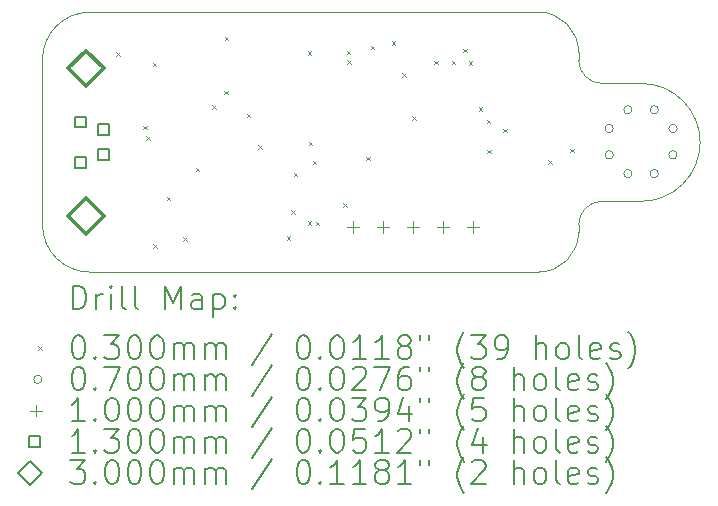
<source format=gbr>
%TF.GenerationSoftware,KiCad,Pcbnew,8.0.8*%
%TF.CreationDate,2025-03-12T20:33:16+01:00*%
%TF.ProjectId,TTS,5454532e-6b69-4636-9164-5f7063625858,rev?*%
%TF.SameCoordinates,PX2255100PY2ebae40*%
%TF.FileFunction,Drillmap*%
%TF.FilePolarity,Positive*%
%FSLAX45Y45*%
G04 Gerber Fmt 4.5, Leading zero omitted, Abs format (unit mm)*
G04 Created by KiCad (PCBNEW 8.0.8) date 2025-03-12 20:33:16*
%MOMM*%
%LPD*%
G01*
G04 APERTURE LIST*
%ADD10C,0.100000*%
%ADD11C,0.200000*%
%ADD12C,0.130000*%
%ADD13C,0.300000*%
G04 APERTURE END LIST*
D10*
X14100000Y1900000D02*
G75*
G02*
X14439120Y1561000I60J-339060D01*
G01*
X10300000Y-300000D02*
G75*
G02*
X9900000Y100000I0J400000D01*
G01*
X14637875Y1297125D02*
X14969000Y1297000D01*
X14969000Y1297000D02*
G75*
G02*
X14969000Y299000I0J-499000D01*
G01*
X14439125Y39000D02*
X14439125Y100374D01*
X9900000Y1500000D02*
G75*
G02*
X10300000Y1900000I400000J0D01*
G01*
X10300000Y1900000D02*
X14100000Y1900000D01*
X14637875Y1297125D02*
G75*
G02*
X14439005Y1496000I5J198875D01*
G01*
X14638000Y299249D02*
X14969000Y299000D01*
X14439125Y100374D02*
G75*
G02*
X14638000Y299245I198875J-4D01*
G01*
X14439125Y1561000D02*
X14439000Y1496000D01*
X14439125Y39000D02*
G75*
G02*
X14100000Y-300005I-339065J60D01*
G01*
X14100000Y-300000D02*
X10300000Y-300000D01*
X9900000Y1500000D02*
X9900000Y100000D01*
D11*
D10*
X10524000Y1562000D02*
X10554000Y1532000D01*
X10554000Y1562000D02*
X10524000Y1532000D01*
X10751000Y940000D02*
X10781000Y910000D01*
X10781000Y940000D02*
X10751000Y910000D01*
X10778000Y851000D02*
X10808000Y821000D01*
X10808000Y851000D02*
X10778000Y821000D01*
X10833000Y1474000D02*
X10863000Y1444000D01*
X10863000Y1474000D02*
X10833000Y1444000D01*
X10839000Y-66000D02*
X10869000Y-96000D01*
X10869000Y-66000D02*
X10839000Y-96000D01*
X10953000Y337000D02*
X10983000Y307000D01*
X10983000Y337000D02*
X10953000Y307000D01*
X11090000Y-6000D02*
X11120000Y-36000D01*
X11120000Y-6000D02*
X11090000Y-36000D01*
X11198000Y584000D02*
X11228000Y554000D01*
X11228000Y584000D02*
X11198000Y554000D01*
X11335938Y1111000D02*
X11365938Y1081000D01*
X11365938Y1111000D02*
X11335938Y1081000D01*
X11437000Y1237000D02*
X11467000Y1207000D01*
X11467000Y1237000D02*
X11437000Y1207000D01*
X11443000Y1692000D02*
X11473000Y1662000D01*
X11473000Y1692000D02*
X11443000Y1662000D01*
X11630000Y1039000D02*
X11660000Y1009000D01*
X11660000Y1039000D02*
X11630000Y1009000D01*
X11726000Y774000D02*
X11756000Y744000D01*
X11756000Y774000D02*
X11726000Y744000D01*
X11968000Y3000D02*
X11998000Y-27000D01*
X11998000Y3000D02*
X11968000Y-27000D01*
X12004000Y225000D02*
X12034000Y195000D01*
X12034000Y225000D02*
X12004000Y195000D01*
X12028000Y542000D02*
X12058000Y512000D01*
X12058000Y542000D02*
X12028000Y512000D01*
X12144500Y1570000D02*
X12174500Y1540000D01*
X12174500Y1570000D02*
X12144500Y1540000D01*
X12145000Y128000D02*
X12175000Y98000D01*
X12175000Y128000D02*
X12145000Y98000D01*
X12154000Y805000D02*
X12184000Y775000D01*
X12184000Y805000D02*
X12154000Y775000D01*
X12187000Y641000D02*
X12217000Y611000D01*
X12217000Y641000D02*
X12187000Y611000D01*
X12214988Y126704D02*
X12244988Y96704D01*
X12244988Y126704D02*
X12214988Y96704D01*
X12447464Y284486D02*
X12477464Y254486D01*
X12477464Y284486D02*
X12447464Y254486D01*
X12477500Y1572500D02*
X12507500Y1542500D01*
X12507500Y1572500D02*
X12477500Y1542500D01*
X12479500Y1495000D02*
X12509500Y1465000D01*
X12509500Y1495000D02*
X12479500Y1465000D01*
X12640000Y676000D02*
X12670000Y646000D01*
X12670000Y676000D02*
X12640000Y646000D01*
X12680000Y1616000D02*
X12710000Y1586000D01*
X12710000Y1616000D02*
X12680000Y1586000D01*
X12857836Y1654836D02*
X12887836Y1624836D01*
X12887836Y1654836D02*
X12857836Y1624836D01*
X12945000Y1382353D02*
X12975000Y1352353D01*
X12975000Y1382353D02*
X12945000Y1352353D01*
X13032000Y1020000D02*
X13062000Y990000D01*
X13062000Y1020000D02*
X13032000Y990000D01*
X13214500Y1490000D02*
X13244500Y1460000D01*
X13244500Y1490000D02*
X13214500Y1460000D01*
X13363500Y1488000D02*
X13393500Y1458000D01*
X13393500Y1488000D02*
X13363500Y1458000D01*
X13460000Y1590000D02*
X13490000Y1560000D01*
X13490000Y1590000D02*
X13460000Y1560000D01*
X13507500Y1483000D02*
X13537500Y1453000D01*
X13537500Y1483000D02*
X13507500Y1453000D01*
X13595000Y1094000D02*
X13625000Y1064000D01*
X13625000Y1094000D02*
X13595000Y1064000D01*
X13663000Y988000D02*
X13693000Y958000D01*
X13693000Y988000D02*
X13663000Y958000D01*
X13664000Y736000D02*
X13694000Y706000D01*
X13694000Y736000D02*
X13664000Y706000D01*
X13799000Y914500D02*
X13829000Y884500D01*
X13829000Y914500D02*
X13799000Y884500D01*
X14181000Y646000D02*
X14211000Y616000D01*
X14211000Y646000D02*
X14181000Y616000D01*
X14369000Y743000D02*
X14399000Y713000D01*
X14399000Y743000D02*
X14369000Y713000D01*
X14733000Y915487D02*
G75*
G02*
X14663000Y915487I-35000J0D01*
G01*
X14663000Y915487D02*
G75*
G02*
X14733000Y915487I35000J0D01*
G01*
X14733000Y692000D02*
G75*
G02*
X14663000Y692000I-35000J0D01*
G01*
X14663000Y692000D02*
G75*
G02*
X14733000Y692000I35000J0D01*
G01*
X14891256Y1073744D02*
G75*
G02*
X14821256Y1073744I-35000J0D01*
G01*
X14821256Y1073744D02*
G75*
G02*
X14891256Y1073744I35000J0D01*
G01*
X14891256Y533744D02*
G75*
G02*
X14821256Y533744I-35000J0D01*
G01*
X14821256Y533744D02*
G75*
G02*
X14891256Y533744I35000J0D01*
G01*
X15114744Y1073744D02*
G75*
G02*
X15044744Y1073744I-35000J0D01*
G01*
X15044744Y1073744D02*
G75*
G02*
X15114744Y1073744I35000J0D01*
G01*
X15114744Y533744D02*
G75*
G02*
X15044744Y533744I-35000J0D01*
G01*
X15044744Y533744D02*
G75*
G02*
X15114744Y533744I35000J0D01*
G01*
X15273000Y915487D02*
G75*
G02*
X15203000Y915487I-35000J0D01*
G01*
X15203000Y915487D02*
G75*
G02*
X15273000Y915487I35000J0D01*
G01*
X15273000Y692000D02*
G75*
G02*
X15203000Y692000I-35000J0D01*
G01*
X15203000Y692000D02*
G75*
G02*
X15273000Y692000I35000J0D01*
G01*
X12528000Y131000D02*
X12528000Y31000D01*
X12478000Y81000D02*
X12578000Y81000D01*
X12782000Y131000D02*
X12782000Y31000D01*
X12732000Y81000D02*
X12832000Y81000D01*
X13036000Y131000D02*
X13036000Y31000D01*
X12986000Y81000D02*
X13086000Y81000D01*
X13290000Y131000D02*
X13290000Y31000D01*
X13240000Y81000D02*
X13340000Y81000D01*
X13544000Y131000D02*
X13544000Y31000D01*
X13494000Y81000D02*
X13594000Y81000D01*
D12*
X10265962Y924038D02*
X10265962Y1015962D01*
X10174038Y1015962D01*
X10174038Y924038D01*
X10265962Y924038D01*
X10265962Y584038D02*
X10265962Y675962D01*
X10174038Y675962D01*
X10174038Y584038D01*
X10265962Y584038D01*
X10460962Y861538D02*
X10460962Y953462D01*
X10369038Y953462D01*
X10369038Y861538D01*
X10460962Y861538D01*
X10460962Y646538D02*
X10460962Y738462D01*
X10369038Y738462D01*
X10369038Y646538D01*
X10460962Y646538D01*
D13*
X10270000Y1275000D02*
X10420000Y1425000D01*
X10270000Y1575000D01*
X10120000Y1425000D01*
X10270000Y1275000D01*
X10270000Y25000D02*
X10420000Y175000D01*
X10270000Y325000D01*
X10120000Y175000D01*
X10270000Y25000D01*
D11*
X10155777Y-616489D02*
X10155777Y-416489D01*
X10155777Y-416489D02*
X10203396Y-416489D01*
X10203396Y-416489D02*
X10231967Y-426012D01*
X10231967Y-426012D02*
X10251015Y-445060D01*
X10251015Y-445060D02*
X10260539Y-464108D01*
X10260539Y-464108D02*
X10270063Y-502203D01*
X10270063Y-502203D02*
X10270063Y-530774D01*
X10270063Y-530774D02*
X10260539Y-568870D01*
X10260539Y-568870D02*
X10251015Y-587917D01*
X10251015Y-587917D02*
X10231967Y-606965D01*
X10231967Y-606965D02*
X10203396Y-616489D01*
X10203396Y-616489D02*
X10155777Y-616489D01*
X10355777Y-616489D02*
X10355777Y-483155D01*
X10355777Y-521251D02*
X10365301Y-502203D01*
X10365301Y-502203D02*
X10374824Y-492679D01*
X10374824Y-492679D02*
X10393872Y-483155D01*
X10393872Y-483155D02*
X10412920Y-483155D01*
X10479586Y-616489D02*
X10479586Y-483155D01*
X10479586Y-416489D02*
X10470063Y-426012D01*
X10470063Y-426012D02*
X10479586Y-435536D01*
X10479586Y-435536D02*
X10489110Y-426012D01*
X10489110Y-426012D02*
X10479586Y-416489D01*
X10479586Y-416489D02*
X10479586Y-435536D01*
X10603396Y-616489D02*
X10584348Y-606965D01*
X10584348Y-606965D02*
X10574824Y-587917D01*
X10574824Y-587917D02*
X10574824Y-416489D01*
X10708158Y-616489D02*
X10689110Y-606965D01*
X10689110Y-606965D02*
X10679586Y-587917D01*
X10679586Y-587917D02*
X10679586Y-416489D01*
X10936729Y-616489D02*
X10936729Y-416489D01*
X10936729Y-416489D02*
X11003396Y-559346D01*
X11003396Y-559346D02*
X11070063Y-416489D01*
X11070063Y-416489D02*
X11070063Y-616489D01*
X11251015Y-616489D02*
X11251015Y-511727D01*
X11251015Y-511727D02*
X11241491Y-492679D01*
X11241491Y-492679D02*
X11222443Y-483155D01*
X11222443Y-483155D02*
X11184348Y-483155D01*
X11184348Y-483155D02*
X11165301Y-492679D01*
X11251015Y-606965D02*
X11231967Y-616489D01*
X11231967Y-616489D02*
X11184348Y-616489D01*
X11184348Y-616489D02*
X11165301Y-606965D01*
X11165301Y-606965D02*
X11155777Y-587917D01*
X11155777Y-587917D02*
X11155777Y-568870D01*
X11155777Y-568870D02*
X11165301Y-549822D01*
X11165301Y-549822D02*
X11184348Y-540298D01*
X11184348Y-540298D02*
X11231967Y-540298D01*
X11231967Y-540298D02*
X11251015Y-530774D01*
X11346253Y-483155D02*
X11346253Y-683155D01*
X11346253Y-492679D02*
X11365301Y-483155D01*
X11365301Y-483155D02*
X11403396Y-483155D01*
X11403396Y-483155D02*
X11422443Y-492679D01*
X11422443Y-492679D02*
X11431967Y-502203D01*
X11431967Y-502203D02*
X11441491Y-521251D01*
X11441491Y-521251D02*
X11441491Y-578393D01*
X11441491Y-578393D02*
X11431967Y-597441D01*
X11431967Y-597441D02*
X11422443Y-606965D01*
X11422443Y-606965D02*
X11403396Y-616489D01*
X11403396Y-616489D02*
X11365301Y-616489D01*
X11365301Y-616489D02*
X11346253Y-606965D01*
X11527205Y-597441D02*
X11536729Y-606965D01*
X11536729Y-606965D02*
X11527205Y-616489D01*
X11527205Y-616489D02*
X11517682Y-606965D01*
X11517682Y-606965D02*
X11527205Y-597441D01*
X11527205Y-597441D02*
X11527205Y-616489D01*
X11527205Y-492679D02*
X11536729Y-502203D01*
X11536729Y-502203D02*
X11527205Y-511727D01*
X11527205Y-511727D02*
X11517682Y-502203D01*
X11517682Y-502203D02*
X11527205Y-492679D01*
X11527205Y-492679D02*
X11527205Y-511727D01*
D10*
X9865000Y-930005D02*
X9895000Y-960005D01*
X9895000Y-930005D02*
X9865000Y-960005D01*
D11*
X10193872Y-836489D02*
X10212920Y-836489D01*
X10212920Y-836489D02*
X10231967Y-846012D01*
X10231967Y-846012D02*
X10241491Y-855536D01*
X10241491Y-855536D02*
X10251015Y-874584D01*
X10251015Y-874584D02*
X10260539Y-912679D01*
X10260539Y-912679D02*
X10260539Y-960298D01*
X10260539Y-960298D02*
X10251015Y-998393D01*
X10251015Y-998393D02*
X10241491Y-1017441D01*
X10241491Y-1017441D02*
X10231967Y-1026965D01*
X10231967Y-1026965D02*
X10212920Y-1036489D01*
X10212920Y-1036489D02*
X10193872Y-1036489D01*
X10193872Y-1036489D02*
X10174824Y-1026965D01*
X10174824Y-1026965D02*
X10165301Y-1017441D01*
X10165301Y-1017441D02*
X10155777Y-998393D01*
X10155777Y-998393D02*
X10146253Y-960298D01*
X10146253Y-960298D02*
X10146253Y-912679D01*
X10146253Y-912679D02*
X10155777Y-874584D01*
X10155777Y-874584D02*
X10165301Y-855536D01*
X10165301Y-855536D02*
X10174824Y-846012D01*
X10174824Y-846012D02*
X10193872Y-836489D01*
X10346253Y-1017441D02*
X10355777Y-1026965D01*
X10355777Y-1026965D02*
X10346253Y-1036489D01*
X10346253Y-1036489D02*
X10336729Y-1026965D01*
X10336729Y-1026965D02*
X10346253Y-1017441D01*
X10346253Y-1017441D02*
X10346253Y-1036489D01*
X10422444Y-836489D02*
X10546253Y-836489D01*
X10546253Y-836489D02*
X10479586Y-912679D01*
X10479586Y-912679D02*
X10508158Y-912679D01*
X10508158Y-912679D02*
X10527205Y-922203D01*
X10527205Y-922203D02*
X10536729Y-931727D01*
X10536729Y-931727D02*
X10546253Y-950774D01*
X10546253Y-950774D02*
X10546253Y-998393D01*
X10546253Y-998393D02*
X10536729Y-1017441D01*
X10536729Y-1017441D02*
X10527205Y-1026965D01*
X10527205Y-1026965D02*
X10508158Y-1036489D01*
X10508158Y-1036489D02*
X10451015Y-1036489D01*
X10451015Y-1036489D02*
X10431967Y-1026965D01*
X10431967Y-1026965D02*
X10422444Y-1017441D01*
X10670063Y-836489D02*
X10689110Y-836489D01*
X10689110Y-836489D02*
X10708158Y-846012D01*
X10708158Y-846012D02*
X10717682Y-855536D01*
X10717682Y-855536D02*
X10727205Y-874584D01*
X10727205Y-874584D02*
X10736729Y-912679D01*
X10736729Y-912679D02*
X10736729Y-960298D01*
X10736729Y-960298D02*
X10727205Y-998393D01*
X10727205Y-998393D02*
X10717682Y-1017441D01*
X10717682Y-1017441D02*
X10708158Y-1026965D01*
X10708158Y-1026965D02*
X10689110Y-1036489D01*
X10689110Y-1036489D02*
X10670063Y-1036489D01*
X10670063Y-1036489D02*
X10651015Y-1026965D01*
X10651015Y-1026965D02*
X10641491Y-1017441D01*
X10641491Y-1017441D02*
X10631967Y-998393D01*
X10631967Y-998393D02*
X10622444Y-960298D01*
X10622444Y-960298D02*
X10622444Y-912679D01*
X10622444Y-912679D02*
X10631967Y-874584D01*
X10631967Y-874584D02*
X10641491Y-855536D01*
X10641491Y-855536D02*
X10651015Y-846012D01*
X10651015Y-846012D02*
X10670063Y-836489D01*
X10860539Y-836489D02*
X10879586Y-836489D01*
X10879586Y-836489D02*
X10898634Y-846012D01*
X10898634Y-846012D02*
X10908158Y-855536D01*
X10908158Y-855536D02*
X10917682Y-874584D01*
X10917682Y-874584D02*
X10927205Y-912679D01*
X10927205Y-912679D02*
X10927205Y-960298D01*
X10927205Y-960298D02*
X10917682Y-998393D01*
X10917682Y-998393D02*
X10908158Y-1017441D01*
X10908158Y-1017441D02*
X10898634Y-1026965D01*
X10898634Y-1026965D02*
X10879586Y-1036489D01*
X10879586Y-1036489D02*
X10860539Y-1036489D01*
X10860539Y-1036489D02*
X10841491Y-1026965D01*
X10841491Y-1026965D02*
X10831967Y-1017441D01*
X10831967Y-1017441D02*
X10822444Y-998393D01*
X10822444Y-998393D02*
X10812920Y-960298D01*
X10812920Y-960298D02*
X10812920Y-912679D01*
X10812920Y-912679D02*
X10822444Y-874584D01*
X10822444Y-874584D02*
X10831967Y-855536D01*
X10831967Y-855536D02*
X10841491Y-846012D01*
X10841491Y-846012D02*
X10860539Y-836489D01*
X11012920Y-1036489D02*
X11012920Y-903155D01*
X11012920Y-922203D02*
X11022444Y-912679D01*
X11022444Y-912679D02*
X11041491Y-903155D01*
X11041491Y-903155D02*
X11070063Y-903155D01*
X11070063Y-903155D02*
X11089110Y-912679D01*
X11089110Y-912679D02*
X11098634Y-931727D01*
X11098634Y-931727D02*
X11098634Y-1036489D01*
X11098634Y-931727D02*
X11108158Y-912679D01*
X11108158Y-912679D02*
X11127205Y-903155D01*
X11127205Y-903155D02*
X11155777Y-903155D01*
X11155777Y-903155D02*
X11174825Y-912679D01*
X11174825Y-912679D02*
X11184348Y-931727D01*
X11184348Y-931727D02*
X11184348Y-1036489D01*
X11279586Y-1036489D02*
X11279586Y-903155D01*
X11279586Y-922203D02*
X11289110Y-912679D01*
X11289110Y-912679D02*
X11308158Y-903155D01*
X11308158Y-903155D02*
X11336729Y-903155D01*
X11336729Y-903155D02*
X11355777Y-912679D01*
X11355777Y-912679D02*
X11365301Y-931727D01*
X11365301Y-931727D02*
X11365301Y-1036489D01*
X11365301Y-931727D02*
X11374824Y-912679D01*
X11374824Y-912679D02*
X11393872Y-903155D01*
X11393872Y-903155D02*
X11422443Y-903155D01*
X11422443Y-903155D02*
X11441491Y-912679D01*
X11441491Y-912679D02*
X11451015Y-931727D01*
X11451015Y-931727D02*
X11451015Y-1036489D01*
X11841491Y-826965D02*
X11670063Y-1084108D01*
X12098634Y-836489D02*
X12117682Y-836489D01*
X12117682Y-836489D02*
X12136729Y-846012D01*
X12136729Y-846012D02*
X12146253Y-855536D01*
X12146253Y-855536D02*
X12155777Y-874584D01*
X12155777Y-874584D02*
X12165301Y-912679D01*
X12165301Y-912679D02*
X12165301Y-960298D01*
X12165301Y-960298D02*
X12155777Y-998393D01*
X12155777Y-998393D02*
X12146253Y-1017441D01*
X12146253Y-1017441D02*
X12136729Y-1026965D01*
X12136729Y-1026965D02*
X12117682Y-1036489D01*
X12117682Y-1036489D02*
X12098634Y-1036489D01*
X12098634Y-1036489D02*
X12079586Y-1026965D01*
X12079586Y-1026965D02*
X12070063Y-1017441D01*
X12070063Y-1017441D02*
X12060539Y-998393D01*
X12060539Y-998393D02*
X12051015Y-960298D01*
X12051015Y-960298D02*
X12051015Y-912679D01*
X12051015Y-912679D02*
X12060539Y-874584D01*
X12060539Y-874584D02*
X12070063Y-855536D01*
X12070063Y-855536D02*
X12079586Y-846012D01*
X12079586Y-846012D02*
X12098634Y-836489D01*
X12251015Y-1017441D02*
X12260539Y-1026965D01*
X12260539Y-1026965D02*
X12251015Y-1036489D01*
X12251015Y-1036489D02*
X12241491Y-1026965D01*
X12241491Y-1026965D02*
X12251015Y-1017441D01*
X12251015Y-1017441D02*
X12251015Y-1036489D01*
X12384348Y-836489D02*
X12403396Y-836489D01*
X12403396Y-836489D02*
X12422444Y-846012D01*
X12422444Y-846012D02*
X12431967Y-855536D01*
X12431967Y-855536D02*
X12441491Y-874584D01*
X12441491Y-874584D02*
X12451015Y-912679D01*
X12451015Y-912679D02*
X12451015Y-960298D01*
X12451015Y-960298D02*
X12441491Y-998393D01*
X12441491Y-998393D02*
X12431967Y-1017441D01*
X12431967Y-1017441D02*
X12422444Y-1026965D01*
X12422444Y-1026965D02*
X12403396Y-1036489D01*
X12403396Y-1036489D02*
X12384348Y-1036489D01*
X12384348Y-1036489D02*
X12365301Y-1026965D01*
X12365301Y-1026965D02*
X12355777Y-1017441D01*
X12355777Y-1017441D02*
X12346253Y-998393D01*
X12346253Y-998393D02*
X12336729Y-960298D01*
X12336729Y-960298D02*
X12336729Y-912679D01*
X12336729Y-912679D02*
X12346253Y-874584D01*
X12346253Y-874584D02*
X12355777Y-855536D01*
X12355777Y-855536D02*
X12365301Y-846012D01*
X12365301Y-846012D02*
X12384348Y-836489D01*
X12641491Y-1036489D02*
X12527206Y-1036489D01*
X12584348Y-1036489D02*
X12584348Y-836489D01*
X12584348Y-836489D02*
X12565301Y-865060D01*
X12565301Y-865060D02*
X12546253Y-884108D01*
X12546253Y-884108D02*
X12527206Y-893631D01*
X12831967Y-1036489D02*
X12717682Y-1036489D01*
X12774825Y-1036489D02*
X12774825Y-836489D01*
X12774825Y-836489D02*
X12755777Y-865060D01*
X12755777Y-865060D02*
X12736729Y-884108D01*
X12736729Y-884108D02*
X12717682Y-893631D01*
X12946253Y-922203D02*
X12927206Y-912679D01*
X12927206Y-912679D02*
X12917682Y-903155D01*
X12917682Y-903155D02*
X12908158Y-884108D01*
X12908158Y-884108D02*
X12908158Y-874584D01*
X12908158Y-874584D02*
X12917682Y-855536D01*
X12917682Y-855536D02*
X12927206Y-846012D01*
X12927206Y-846012D02*
X12946253Y-836489D01*
X12946253Y-836489D02*
X12984348Y-836489D01*
X12984348Y-836489D02*
X13003396Y-846012D01*
X13003396Y-846012D02*
X13012920Y-855536D01*
X13012920Y-855536D02*
X13022444Y-874584D01*
X13022444Y-874584D02*
X13022444Y-884108D01*
X13022444Y-884108D02*
X13012920Y-903155D01*
X13012920Y-903155D02*
X13003396Y-912679D01*
X13003396Y-912679D02*
X12984348Y-922203D01*
X12984348Y-922203D02*
X12946253Y-922203D01*
X12946253Y-922203D02*
X12927206Y-931727D01*
X12927206Y-931727D02*
X12917682Y-941251D01*
X12917682Y-941251D02*
X12908158Y-960298D01*
X12908158Y-960298D02*
X12908158Y-998393D01*
X12908158Y-998393D02*
X12917682Y-1017441D01*
X12917682Y-1017441D02*
X12927206Y-1026965D01*
X12927206Y-1026965D02*
X12946253Y-1036489D01*
X12946253Y-1036489D02*
X12984348Y-1036489D01*
X12984348Y-1036489D02*
X13003396Y-1026965D01*
X13003396Y-1026965D02*
X13012920Y-1017441D01*
X13012920Y-1017441D02*
X13022444Y-998393D01*
X13022444Y-998393D02*
X13022444Y-960298D01*
X13022444Y-960298D02*
X13012920Y-941251D01*
X13012920Y-941251D02*
X13003396Y-931727D01*
X13003396Y-931727D02*
X12984348Y-922203D01*
X13098634Y-836489D02*
X13098634Y-874584D01*
X13174825Y-836489D02*
X13174825Y-874584D01*
X13470063Y-1112679D02*
X13460539Y-1103155D01*
X13460539Y-1103155D02*
X13441491Y-1074584D01*
X13441491Y-1074584D02*
X13431968Y-1055536D01*
X13431968Y-1055536D02*
X13422444Y-1026965D01*
X13422444Y-1026965D02*
X13412920Y-979346D01*
X13412920Y-979346D02*
X13412920Y-941251D01*
X13412920Y-941251D02*
X13422444Y-893631D01*
X13422444Y-893631D02*
X13431968Y-865060D01*
X13431968Y-865060D02*
X13441491Y-846012D01*
X13441491Y-846012D02*
X13460539Y-817441D01*
X13460539Y-817441D02*
X13470063Y-807917D01*
X13527206Y-836489D02*
X13651015Y-836489D01*
X13651015Y-836489D02*
X13584348Y-912679D01*
X13584348Y-912679D02*
X13612920Y-912679D01*
X13612920Y-912679D02*
X13631968Y-922203D01*
X13631968Y-922203D02*
X13641491Y-931727D01*
X13641491Y-931727D02*
X13651015Y-950774D01*
X13651015Y-950774D02*
X13651015Y-998393D01*
X13651015Y-998393D02*
X13641491Y-1017441D01*
X13641491Y-1017441D02*
X13631968Y-1026965D01*
X13631968Y-1026965D02*
X13612920Y-1036489D01*
X13612920Y-1036489D02*
X13555777Y-1036489D01*
X13555777Y-1036489D02*
X13536729Y-1026965D01*
X13536729Y-1026965D02*
X13527206Y-1017441D01*
X13746253Y-1036489D02*
X13784348Y-1036489D01*
X13784348Y-1036489D02*
X13803396Y-1026965D01*
X13803396Y-1026965D02*
X13812920Y-1017441D01*
X13812920Y-1017441D02*
X13831968Y-988870D01*
X13831968Y-988870D02*
X13841491Y-950774D01*
X13841491Y-950774D02*
X13841491Y-874584D01*
X13841491Y-874584D02*
X13831968Y-855536D01*
X13831968Y-855536D02*
X13822444Y-846012D01*
X13822444Y-846012D02*
X13803396Y-836489D01*
X13803396Y-836489D02*
X13765301Y-836489D01*
X13765301Y-836489D02*
X13746253Y-846012D01*
X13746253Y-846012D02*
X13736729Y-855536D01*
X13736729Y-855536D02*
X13727206Y-874584D01*
X13727206Y-874584D02*
X13727206Y-922203D01*
X13727206Y-922203D02*
X13736729Y-941251D01*
X13736729Y-941251D02*
X13746253Y-950774D01*
X13746253Y-950774D02*
X13765301Y-960298D01*
X13765301Y-960298D02*
X13803396Y-960298D01*
X13803396Y-960298D02*
X13822444Y-950774D01*
X13822444Y-950774D02*
X13831968Y-941251D01*
X13831968Y-941251D02*
X13841491Y-922203D01*
X14079587Y-1036489D02*
X14079587Y-836489D01*
X14165301Y-1036489D02*
X14165301Y-931727D01*
X14165301Y-931727D02*
X14155777Y-912679D01*
X14155777Y-912679D02*
X14136730Y-903155D01*
X14136730Y-903155D02*
X14108158Y-903155D01*
X14108158Y-903155D02*
X14089110Y-912679D01*
X14089110Y-912679D02*
X14079587Y-922203D01*
X14289110Y-1036489D02*
X14270063Y-1026965D01*
X14270063Y-1026965D02*
X14260539Y-1017441D01*
X14260539Y-1017441D02*
X14251015Y-998393D01*
X14251015Y-998393D02*
X14251015Y-941251D01*
X14251015Y-941251D02*
X14260539Y-922203D01*
X14260539Y-922203D02*
X14270063Y-912679D01*
X14270063Y-912679D02*
X14289110Y-903155D01*
X14289110Y-903155D02*
X14317682Y-903155D01*
X14317682Y-903155D02*
X14336730Y-912679D01*
X14336730Y-912679D02*
X14346253Y-922203D01*
X14346253Y-922203D02*
X14355777Y-941251D01*
X14355777Y-941251D02*
X14355777Y-998393D01*
X14355777Y-998393D02*
X14346253Y-1017441D01*
X14346253Y-1017441D02*
X14336730Y-1026965D01*
X14336730Y-1026965D02*
X14317682Y-1036489D01*
X14317682Y-1036489D02*
X14289110Y-1036489D01*
X14470063Y-1036489D02*
X14451015Y-1026965D01*
X14451015Y-1026965D02*
X14441491Y-1007917D01*
X14441491Y-1007917D02*
X14441491Y-836489D01*
X14622444Y-1026965D02*
X14603396Y-1036489D01*
X14603396Y-1036489D02*
X14565301Y-1036489D01*
X14565301Y-1036489D02*
X14546253Y-1026965D01*
X14546253Y-1026965D02*
X14536730Y-1007917D01*
X14536730Y-1007917D02*
X14536730Y-931727D01*
X14536730Y-931727D02*
X14546253Y-912679D01*
X14546253Y-912679D02*
X14565301Y-903155D01*
X14565301Y-903155D02*
X14603396Y-903155D01*
X14603396Y-903155D02*
X14622444Y-912679D01*
X14622444Y-912679D02*
X14631968Y-931727D01*
X14631968Y-931727D02*
X14631968Y-950774D01*
X14631968Y-950774D02*
X14536730Y-969822D01*
X14708158Y-1026965D02*
X14727206Y-1036489D01*
X14727206Y-1036489D02*
X14765301Y-1036489D01*
X14765301Y-1036489D02*
X14784349Y-1026965D01*
X14784349Y-1026965D02*
X14793872Y-1007917D01*
X14793872Y-1007917D02*
X14793872Y-998393D01*
X14793872Y-998393D02*
X14784349Y-979346D01*
X14784349Y-979346D02*
X14765301Y-969822D01*
X14765301Y-969822D02*
X14736730Y-969822D01*
X14736730Y-969822D02*
X14717682Y-960298D01*
X14717682Y-960298D02*
X14708158Y-941251D01*
X14708158Y-941251D02*
X14708158Y-931727D01*
X14708158Y-931727D02*
X14717682Y-912679D01*
X14717682Y-912679D02*
X14736730Y-903155D01*
X14736730Y-903155D02*
X14765301Y-903155D01*
X14765301Y-903155D02*
X14784349Y-912679D01*
X14860539Y-1112679D02*
X14870063Y-1103155D01*
X14870063Y-1103155D02*
X14889111Y-1074584D01*
X14889111Y-1074584D02*
X14898634Y-1055536D01*
X14898634Y-1055536D02*
X14908158Y-1026965D01*
X14908158Y-1026965D02*
X14917682Y-979346D01*
X14917682Y-979346D02*
X14917682Y-941251D01*
X14917682Y-941251D02*
X14908158Y-893631D01*
X14908158Y-893631D02*
X14898634Y-865060D01*
X14898634Y-865060D02*
X14889111Y-846012D01*
X14889111Y-846012D02*
X14870063Y-817441D01*
X14870063Y-817441D02*
X14860539Y-807917D01*
D10*
X9895000Y-1209005D02*
G75*
G02*
X9825000Y-1209005I-35000J0D01*
G01*
X9825000Y-1209005D02*
G75*
G02*
X9895000Y-1209005I35000J0D01*
G01*
D11*
X10193872Y-1100489D02*
X10212920Y-1100489D01*
X10212920Y-1100489D02*
X10231967Y-1110013D01*
X10231967Y-1110013D02*
X10241491Y-1119536D01*
X10241491Y-1119536D02*
X10251015Y-1138584D01*
X10251015Y-1138584D02*
X10260539Y-1176679D01*
X10260539Y-1176679D02*
X10260539Y-1224298D01*
X10260539Y-1224298D02*
X10251015Y-1262393D01*
X10251015Y-1262393D02*
X10241491Y-1281441D01*
X10241491Y-1281441D02*
X10231967Y-1290965D01*
X10231967Y-1290965D02*
X10212920Y-1300489D01*
X10212920Y-1300489D02*
X10193872Y-1300489D01*
X10193872Y-1300489D02*
X10174824Y-1290965D01*
X10174824Y-1290965D02*
X10165301Y-1281441D01*
X10165301Y-1281441D02*
X10155777Y-1262393D01*
X10155777Y-1262393D02*
X10146253Y-1224298D01*
X10146253Y-1224298D02*
X10146253Y-1176679D01*
X10146253Y-1176679D02*
X10155777Y-1138584D01*
X10155777Y-1138584D02*
X10165301Y-1119536D01*
X10165301Y-1119536D02*
X10174824Y-1110013D01*
X10174824Y-1110013D02*
X10193872Y-1100489D01*
X10346253Y-1281441D02*
X10355777Y-1290965D01*
X10355777Y-1290965D02*
X10346253Y-1300489D01*
X10346253Y-1300489D02*
X10336729Y-1290965D01*
X10336729Y-1290965D02*
X10346253Y-1281441D01*
X10346253Y-1281441D02*
X10346253Y-1300489D01*
X10422444Y-1100489D02*
X10555777Y-1100489D01*
X10555777Y-1100489D02*
X10470063Y-1300489D01*
X10670063Y-1100489D02*
X10689110Y-1100489D01*
X10689110Y-1100489D02*
X10708158Y-1110013D01*
X10708158Y-1110013D02*
X10717682Y-1119536D01*
X10717682Y-1119536D02*
X10727205Y-1138584D01*
X10727205Y-1138584D02*
X10736729Y-1176679D01*
X10736729Y-1176679D02*
X10736729Y-1224298D01*
X10736729Y-1224298D02*
X10727205Y-1262393D01*
X10727205Y-1262393D02*
X10717682Y-1281441D01*
X10717682Y-1281441D02*
X10708158Y-1290965D01*
X10708158Y-1290965D02*
X10689110Y-1300489D01*
X10689110Y-1300489D02*
X10670063Y-1300489D01*
X10670063Y-1300489D02*
X10651015Y-1290965D01*
X10651015Y-1290965D02*
X10641491Y-1281441D01*
X10641491Y-1281441D02*
X10631967Y-1262393D01*
X10631967Y-1262393D02*
X10622444Y-1224298D01*
X10622444Y-1224298D02*
X10622444Y-1176679D01*
X10622444Y-1176679D02*
X10631967Y-1138584D01*
X10631967Y-1138584D02*
X10641491Y-1119536D01*
X10641491Y-1119536D02*
X10651015Y-1110013D01*
X10651015Y-1110013D02*
X10670063Y-1100489D01*
X10860539Y-1100489D02*
X10879586Y-1100489D01*
X10879586Y-1100489D02*
X10898634Y-1110013D01*
X10898634Y-1110013D02*
X10908158Y-1119536D01*
X10908158Y-1119536D02*
X10917682Y-1138584D01*
X10917682Y-1138584D02*
X10927205Y-1176679D01*
X10927205Y-1176679D02*
X10927205Y-1224298D01*
X10927205Y-1224298D02*
X10917682Y-1262393D01*
X10917682Y-1262393D02*
X10908158Y-1281441D01*
X10908158Y-1281441D02*
X10898634Y-1290965D01*
X10898634Y-1290965D02*
X10879586Y-1300489D01*
X10879586Y-1300489D02*
X10860539Y-1300489D01*
X10860539Y-1300489D02*
X10841491Y-1290965D01*
X10841491Y-1290965D02*
X10831967Y-1281441D01*
X10831967Y-1281441D02*
X10822444Y-1262393D01*
X10822444Y-1262393D02*
X10812920Y-1224298D01*
X10812920Y-1224298D02*
X10812920Y-1176679D01*
X10812920Y-1176679D02*
X10822444Y-1138584D01*
X10822444Y-1138584D02*
X10831967Y-1119536D01*
X10831967Y-1119536D02*
X10841491Y-1110013D01*
X10841491Y-1110013D02*
X10860539Y-1100489D01*
X11012920Y-1300489D02*
X11012920Y-1167155D01*
X11012920Y-1186203D02*
X11022444Y-1176679D01*
X11022444Y-1176679D02*
X11041491Y-1167155D01*
X11041491Y-1167155D02*
X11070063Y-1167155D01*
X11070063Y-1167155D02*
X11089110Y-1176679D01*
X11089110Y-1176679D02*
X11098634Y-1195727D01*
X11098634Y-1195727D02*
X11098634Y-1300489D01*
X11098634Y-1195727D02*
X11108158Y-1176679D01*
X11108158Y-1176679D02*
X11127205Y-1167155D01*
X11127205Y-1167155D02*
X11155777Y-1167155D01*
X11155777Y-1167155D02*
X11174825Y-1176679D01*
X11174825Y-1176679D02*
X11184348Y-1195727D01*
X11184348Y-1195727D02*
X11184348Y-1300489D01*
X11279586Y-1300489D02*
X11279586Y-1167155D01*
X11279586Y-1186203D02*
X11289110Y-1176679D01*
X11289110Y-1176679D02*
X11308158Y-1167155D01*
X11308158Y-1167155D02*
X11336729Y-1167155D01*
X11336729Y-1167155D02*
X11355777Y-1176679D01*
X11355777Y-1176679D02*
X11365301Y-1195727D01*
X11365301Y-1195727D02*
X11365301Y-1300489D01*
X11365301Y-1195727D02*
X11374824Y-1176679D01*
X11374824Y-1176679D02*
X11393872Y-1167155D01*
X11393872Y-1167155D02*
X11422443Y-1167155D01*
X11422443Y-1167155D02*
X11441491Y-1176679D01*
X11441491Y-1176679D02*
X11451015Y-1195727D01*
X11451015Y-1195727D02*
X11451015Y-1300489D01*
X11841491Y-1090965D02*
X11670063Y-1348108D01*
X12098634Y-1100489D02*
X12117682Y-1100489D01*
X12117682Y-1100489D02*
X12136729Y-1110013D01*
X12136729Y-1110013D02*
X12146253Y-1119536D01*
X12146253Y-1119536D02*
X12155777Y-1138584D01*
X12155777Y-1138584D02*
X12165301Y-1176679D01*
X12165301Y-1176679D02*
X12165301Y-1224298D01*
X12165301Y-1224298D02*
X12155777Y-1262393D01*
X12155777Y-1262393D02*
X12146253Y-1281441D01*
X12146253Y-1281441D02*
X12136729Y-1290965D01*
X12136729Y-1290965D02*
X12117682Y-1300489D01*
X12117682Y-1300489D02*
X12098634Y-1300489D01*
X12098634Y-1300489D02*
X12079586Y-1290965D01*
X12079586Y-1290965D02*
X12070063Y-1281441D01*
X12070063Y-1281441D02*
X12060539Y-1262393D01*
X12060539Y-1262393D02*
X12051015Y-1224298D01*
X12051015Y-1224298D02*
X12051015Y-1176679D01*
X12051015Y-1176679D02*
X12060539Y-1138584D01*
X12060539Y-1138584D02*
X12070063Y-1119536D01*
X12070063Y-1119536D02*
X12079586Y-1110013D01*
X12079586Y-1110013D02*
X12098634Y-1100489D01*
X12251015Y-1281441D02*
X12260539Y-1290965D01*
X12260539Y-1290965D02*
X12251015Y-1300489D01*
X12251015Y-1300489D02*
X12241491Y-1290965D01*
X12241491Y-1290965D02*
X12251015Y-1281441D01*
X12251015Y-1281441D02*
X12251015Y-1300489D01*
X12384348Y-1100489D02*
X12403396Y-1100489D01*
X12403396Y-1100489D02*
X12422444Y-1110013D01*
X12422444Y-1110013D02*
X12431967Y-1119536D01*
X12431967Y-1119536D02*
X12441491Y-1138584D01*
X12441491Y-1138584D02*
X12451015Y-1176679D01*
X12451015Y-1176679D02*
X12451015Y-1224298D01*
X12451015Y-1224298D02*
X12441491Y-1262393D01*
X12441491Y-1262393D02*
X12431967Y-1281441D01*
X12431967Y-1281441D02*
X12422444Y-1290965D01*
X12422444Y-1290965D02*
X12403396Y-1300489D01*
X12403396Y-1300489D02*
X12384348Y-1300489D01*
X12384348Y-1300489D02*
X12365301Y-1290965D01*
X12365301Y-1290965D02*
X12355777Y-1281441D01*
X12355777Y-1281441D02*
X12346253Y-1262393D01*
X12346253Y-1262393D02*
X12336729Y-1224298D01*
X12336729Y-1224298D02*
X12336729Y-1176679D01*
X12336729Y-1176679D02*
X12346253Y-1138584D01*
X12346253Y-1138584D02*
X12355777Y-1119536D01*
X12355777Y-1119536D02*
X12365301Y-1110013D01*
X12365301Y-1110013D02*
X12384348Y-1100489D01*
X12527206Y-1119536D02*
X12536729Y-1110013D01*
X12536729Y-1110013D02*
X12555777Y-1100489D01*
X12555777Y-1100489D02*
X12603396Y-1100489D01*
X12603396Y-1100489D02*
X12622444Y-1110013D01*
X12622444Y-1110013D02*
X12631967Y-1119536D01*
X12631967Y-1119536D02*
X12641491Y-1138584D01*
X12641491Y-1138584D02*
X12641491Y-1157632D01*
X12641491Y-1157632D02*
X12631967Y-1186203D01*
X12631967Y-1186203D02*
X12517682Y-1300489D01*
X12517682Y-1300489D02*
X12641491Y-1300489D01*
X12708158Y-1100489D02*
X12841491Y-1100489D01*
X12841491Y-1100489D02*
X12755777Y-1300489D01*
X13003396Y-1100489D02*
X12965301Y-1100489D01*
X12965301Y-1100489D02*
X12946253Y-1110013D01*
X12946253Y-1110013D02*
X12936729Y-1119536D01*
X12936729Y-1119536D02*
X12917682Y-1148108D01*
X12917682Y-1148108D02*
X12908158Y-1186203D01*
X12908158Y-1186203D02*
X12908158Y-1262393D01*
X12908158Y-1262393D02*
X12917682Y-1281441D01*
X12917682Y-1281441D02*
X12927206Y-1290965D01*
X12927206Y-1290965D02*
X12946253Y-1300489D01*
X12946253Y-1300489D02*
X12984348Y-1300489D01*
X12984348Y-1300489D02*
X13003396Y-1290965D01*
X13003396Y-1290965D02*
X13012920Y-1281441D01*
X13012920Y-1281441D02*
X13022444Y-1262393D01*
X13022444Y-1262393D02*
X13022444Y-1214774D01*
X13022444Y-1214774D02*
X13012920Y-1195727D01*
X13012920Y-1195727D02*
X13003396Y-1186203D01*
X13003396Y-1186203D02*
X12984348Y-1176679D01*
X12984348Y-1176679D02*
X12946253Y-1176679D01*
X12946253Y-1176679D02*
X12927206Y-1186203D01*
X12927206Y-1186203D02*
X12917682Y-1195727D01*
X12917682Y-1195727D02*
X12908158Y-1214774D01*
X13098634Y-1100489D02*
X13098634Y-1138584D01*
X13174825Y-1100489D02*
X13174825Y-1138584D01*
X13470063Y-1376679D02*
X13460539Y-1367155D01*
X13460539Y-1367155D02*
X13441491Y-1338584D01*
X13441491Y-1338584D02*
X13431968Y-1319536D01*
X13431968Y-1319536D02*
X13422444Y-1290965D01*
X13422444Y-1290965D02*
X13412920Y-1243346D01*
X13412920Y-1243346D02*
X13412920Y-1205251D01*
X13412920Y-1205251D02*
X13422444Y-1157632D01*
X13422444Y-1157632D02*
X13431968Y-1129060D01*
X13431968Y-1129060D02*
X13441491Y-1110013D01*
X13441491Y-1110013D02*
X13460539Y-1081441D01*
X13460539Y-1081441D02*
X13470063Y-1071917D01*
X13574825Y-1186203D02*
X13555777Y-1176679D01*
X13555777Y-1176679D02*
X13546253Y-1167155D01*
X13546253Y-1167155D02*
X13536729Y-1148108D01*
X13536729Y-1148108D02*
X13536729Y-1138584D01*
X13536729Y-1138584D02*
X13546253Y-1119536D01*
X13546253Y-1119536D02*
X13555777Y-1110013D01*
X13555777Y-1110013D02*
X13574825Y-1100489D01*
X13574825Y-1100489D02*
X13612920Y-1100489D01*
X13612920Y-1100489D02*
X13631968Y-1110013D01*
X13631968Y-1110013D02*
X13641491Y-1119536D01*
X13641491Y-1119536D02*
X13651015Y-1138584D01*
X13651015Y-1138584D02*
X13651015Y-1148108D01*
X13651015Y-1148108D02*
X13641491Y-1167155D01*
X13641491Y-1167155D02*
X13631968Y-1176679D01*
X13631968Y-1176679D02*
X13612920Y-1186203D01*
X13612920Y-1186203D02*
X13574825Y-1186203D01*
X13574825Y-1186203D02*
X13555777Y-1195727D01*
X13555777Y-1195727D02*
X13546253Y-1205251D01*
X13546253Y-1205251D02*
X13536729Y-1224298D01*
X13536729Y-1224298D02*
X13536729Y-1262393D01*
X13536729Y-1262393D02*
X13546253Y-1281441D01*
X13546253Y-1281441D02*
X13555777Y-1290965D01*
X13555777Y-1290965D02*
X13574825Y-1300489D01*
X13574825Y-1300489D02*
X13612920Y-1300489D01*
X13612920Y-1300489D02*
X13631968Y-1290965D01*
X13631968Y-1290965D02*
X13641491Y-1281441D01*
X13641491Y-1281441D02*
X13651015Y-1262393D01*
X13651015Y-1262393D02*
X13651015Y-1224298D01*
X13651015Y-1224298D02*
X13641491Y-1205251D01*
X13641491Y-1205251D02*
X13631968Y-1195727D01*
X13631968Y-1195727D02*
X13612920Y-1186203D01*
X13889110Y-1300489D02*
X13889110Y-1100489D01*
X13974825Y-1300489D02*
X13974825Y-1195727D01*
X13974825Y-1195727D02*
X13965301Y-1176679D01*
X13965301Y-1176679D02*
X13946253Y-1167155D01*
X13946253Y-1167155D02*
X13917682Y-1167155D01*
X13917682Y-1167155D02*
X13898634Y-1176679D01*
X13898634Y-1176679D02*
X13889110Y-1186203D01*
X14098634Y-1300489D02*
X14079587Y-1290965D01*
X14079587Y-1290965D02*
X14070063Y-1281441D01*
X14070063Y-1281441D02*
X14060539Y-1262393D01*
X14060539Y-1262393D02*
X14060539Y-1205251D01*
X14060539Y-1205251D02*
X14070063Y-1186203D01*
X14070063Y-1186203D02*
X14079587Y-1176679D01*
X14079587Y-1176679D02*
X14098634Y-1167155D01*
X14098634Y-1167155D02*
X14127206Y-1167155D01*
X14127206Y-1167155D02*
X14146253Y-1176679D01*
X14146253Y-1176679D02*
X14155777Y-1186203D01*
X14155777Y-1186203D02*
X14165301Y-1205251D01*
X14165301Y-1205251D02*
X14165301Y-1262393D01*
X14165301Y-1262393D02*
X14155777Y-1281441D01*
X14155777Y-1281441D02*
X14146253Y-1290965D01*
X14146253Y-1290965D02*
X14127206Y-1300489D01*
X14127206Y-1300489D02*
X14098634Y-1300489D01*
X14279587Y-1300489D02*
X14260539Y-1290965D01*
X14260539Y-1290965D02*
X14251015Y-1271917D01*
X14251015Y-1271917D02*
X14251015Y-1100489D01*
X14431968Y-1290965D02*
X14412920Y-1300489D01*
X14412920Y-1300489D02*
X14374825Y-1300489D01*
X14374825Y-1300489D02*
X14355777Y-1290965D01*
X14355777Y-1290965D02*
X14346253Y-1271917D01*
X14346253Y-1271917D02*
X14346253Y-1195727D01*
X14346253Y-1195727D02*
X14355777Y-1176679D01*
X14355777Y-1176679D02*
X14374825Y-1167155D01*
X14374825Y-1167155D02*
X14412920Y-1167155D01*
X14412920Y-1167155D02*
X14431968Y-1176679D01*
X14431968Y-1176679D02*
X14441491Y-1195727D01*
X14441491Y-1195727D02*
X14441491Y-1214774D01*
X14441491Y-1214774D02*
X14346253Y-1233822D01*
X14517682Y-1290965D02*
X14536730Y-1300489D01*
X14536730Y-1300489D02*
X14574825Y-1300489D01*
X14574825Y-1300489D02*
X14593872Y-1290965D01*
X14593872Y-1290965D02*
X14603396Y-1271917D01*
X14603396Y-1271917D02*
X14603396Y-1262393D01*
X14603396Y-1262393D02*
X14593872Y-1243346D01*
X14593872Y-1243346D02*
X14574825Y-1233822D01*
X14574825Y-1233822D02*
X14546253Y-1233822D01*
X14546253Y-1233822D02*
X14527206Y-1224298D01*
X14527206Y-1224298D02*
X14517682Y-1205251D01*
X14517682Y-1205251D02*
X14517682Y-1195727D01*
X14517682Y-1195727D02*
X14527206Y-1176679D01*
X14527206Y-1176679D02*
X14546253Y-1167155D01*
X14546253Y-1167155D02*
X14574825Y-1167155D01*
X14574825Y-1167155D02*
X14593872Y-1176679D01*
X14670063Y-1376679D02*
X14679587Y-1367155D01*
X14679587Y-1367155D02*
X14698634Y-1338584D01*
X14698634Y-1338584D02*
X14708158Y-1319536D01*
X14708158Y-1319536D02*
X14717682Y-1290965D01*
X14717682Y-1290965D02*
X14727206Y-1243346D01*
X14727206Y-1243346D02*
X14727206Y-1205251D01*
X14727206Y-1205251D02*
X14717682Y-1157632D01*
X14717682Y-1157632D02*
X14708158Y-1129060D01*
X14708158Y-1129060D02*
X14698634Y-1110013D01*
X14698634Y-1110013D02*
X14679587Y-1081441D01*
X14679587Y-1081441D02*
X14670063Y-1071917D01*
D10*
X9845000Y-1423005D02*
X9845000Y-1523005D01*
X9795000Y-1473005D02*
X9895000Y-1473005D01*
D11*
X10260539Y-1564489D02*
X10146253Y-1564489D01*
X10203396Y-1564489D02*
X10203396Y-1364489D01*
X10203396Y-1364489D02*
X10184348Y-1393060D01*
X10184348Y-1393060D02*
X10165301Y-1412108D01*
X10165301Y-1412108D02*
X10146253Y-1421631D01*
X10346253Y-1545441D02*
X10355777Y-1554965D01*
X10355777Y-1554965D02*
X10346253Y-1564489D01*
X10346253Y-1564489D02*
X10336729Y-1554965D01*
X10336729Y-1554965D02*
X10346253Y-1545441D01*
X10346253Y-1545441D02*
X10346253Y-1564489D01*
X10479586Y-1364489D02*
X10498634Y-1364489D01*
X10498634Y-1364489D02*
X10517682Y-1374013D01*
X10517682Y-1374013D02*
X10527205Y-1383536D01*
X10527205Y-1383536D02*
X10536729Y-1402584D01*
X10536729Y-1402584D02*
X10546253Y-1440679D01*
X10546253Y-1440679D02*
X10546253Y-1488298D01*
X10546253Y-1488298D02*
X10536729Y-1526393D01*
X10536729Y-1526393D02*
X10527205Y-1545441D01*
X10527205Y-1545441D02*
X10517682Y-1554965D01*
X10517682Y-1554965D02*
X10498634Y-1564489D01*
X10498634Y-1564489D02*
X10479586Y-1564489D01*
X10479586Y-1564489D02*
X10460539Y-1554965D01*
X10460539Y-1554965D02*
X10451015Y-1545441D01*
X10451015Y-1545441D02*
X10441491Y-1526393D01*
X10441491Y-1526393D02*
X10431967Y-1488298D01*
X10431967Y-1488298D02*
X10431967Y-1440679D01*
X10431967Y-1440679D02*
X10441491Y-1402584D01*
X10441491Y-1402584D02*
X10451015Y-1383536D01*
X10451015Y-1383536D02*
X10460539Y-1374013D01*
X10460539Y-1374013D02*
X10479586Y-1364489D01*
X10670063Y-1364489D02*
X10689110Y-1364489D01*
X10689110Y-1364489D02*
X10708158Y-1374013D01*
X10708158Y-1374013D02*
X10717682Y-1383536D01*
X10717682Y-1383536D02*
X10727205Y-1402584D01*
X10727205Y-1402584D02*
X10736729Y-1440679D01*
X10736729Y-1440679D02*
X10736729Y-1488298D01*
X10736729Y-1488298D02*
X10727205Y-1526393D01*
X10727205Y-1526393D02*
X10717682Y-1545441D01*
X10717682Y-1545441D02*
X10708158Y-1554965D01*
X10708158Y-1554965D02*
X10689110Y-1564489D01*
X10689110Y-1564489D02*
X10670063Y-1564489D01*
X10670063Y-1564489D02*
X10651015Y-1554965D01*
X10651015Y-1554965D02*
X10641491Y-1545441D01*
X10641491Y-1545441D02*
X10631967Y-1526393D01*
X10631967Y-1526393D02*
X10622444Y-1488298D01*
X10622444Y-1488298D02*
X10622444Y-1440679D01*
X10622444Y-1440679D02*
X10631967Y-1402584D01*
X10631967Y-1402584D02*
X10641491Y-1383536D01*
X10641491Y-1383536D02*
X10651015Y-1374013D01*
X10651015Y-1374013D02*
X10670063Y-1364489D01*
X10860539Y-1364489D02*
X10879586Y-1364489D01*
X10879586Y-1364489D02*
X10898634Y-1374013D01*
X10898634Y-1374013D02*
X10908158Y-1383536D01*
X10908158Y-1383536D02*
X10917682Y-1402584D01*
X10917682Y-1402584D02*
X10927205Y-1440679D01*
X10927205Y-1440679D02*
X10927205Y-1488298D01*
X10927205Y-1488298D02*
X10917682Y-1526393D01*
X10917682Y-1526393D02*
X10908158Y-1545441D01*
X10908158Y-1545441D02*
X10898634Y-1554965D01*
X10898634Y-1554965D02*
X10879586Y-1564489D01*
X10879586Y-1564489D02*
X10860539Y-1564489D01*
X10860539Y-1564489D02*
X10841491Y-1554965D01*
X10841491Y-1554965D02*
X10831967Y-1545441D01*
X10831967Y-1545441D02*
X10822444Y-1526393D01*
X10822444Y-1526393D02*
X10812920Y-1488298D01*
X10812920Y-1488298D02*
X10812920Y-1440679D01*
X10812920Y-1440679D02*
X10822444Y-1402584D01*
X10822444Y-1402584D02*
X10831967Y-1383536D01*
X10831967Y-1383536D02*
X10841491Y-1374013D01*
X10841491Y-1374013D02*
X10860539Y-1364489D01*
X11012920Y-1564489D02*
X11012920Y-1431155D01*
X11012920Y-1450203D02*
X11022444Y-1440679D01*
X11022444Y-1440679D02*
X11041491Y-1431155D01*
X11041491Y-1431155D02*
X11070063Y-1431155D01*
X11070063Y-1431155D02*
X11089110Y-1440679D01*
X11089110Y-1440679D02*
X11098634Y-1459727D01*
X11098634Y-1459727D02*
X11098634Y-1564489D01*
X11098634Y-1459727D02*
X11108158Y-1440679D01*
X11108158Y-1440679D02*
X11127205Y-1431155D01*
X11127205Y-1431155D02*
X11155777Y-1431155D01*
X11155777Y-1431155D02*
X11174825Y-1440679D01*
X11174825Y-1440679D02*
X11184348Y-1459727D01*
X11184348Y-1459727D02*
X11184348Y-1564489D01*
X11279586Y-1564489D02*
X11279586Y-1431155D01*
X11279586Y-1450203D02*
X11289110Y-1440679D01*
X11289110Y-1440679D02*
X11308158Y-1431155D01*
X11308158Y-1431155D02*
X11336729Y-1431155D01*
X11336729Y-1431155D02*
X11355777Y-1440679D01*
X11355777Y-1440679D02*
X11365301Y-1459727D01*
X11365301Y-1459727D02*
X11365301Y-1564489D01*
X11365301Y-1459727D02*
X11374824Y-1440679D01*
X11374824Y-1440679D02*
X11393872Y-1431155D01*
X11393872Y-1431155D02*
X11422443Y-1431155D01*
X11422443Y-1431155D02*
X11441491Y-1440679D01*
X11441491Y-1440679D02*
X11451015Y-1459727D01*
X11451015Y-1459727D02*
X11451015Y-1564489D01*
X11841491Y-1354965D02*
X11670063Y-1612108D01*
X12098634Y-1364489D02*
X12117682Y-1364489D01*
X12117682Y-1364489D02*
X12136729Y-1374013D01*
X12136729Y-1374013D02*
X12146253Y-1383536D01*
X12146253Y-1383536D02*
X12155777Y-1402584D01*
X12155777Y-1402584D02*
X12165301Y-1440679D01*
X12165301Y-1440679D02*
X12165301Y-1488298D01*
X12165301Y-1488298D02*
X12155777Y-1526393D01*
X12155777Y-1526393D02*
X12146253Y-1545441D01*
X12146253Y-1545441D02*
X12136729Y-1554965D01*
X12136729Y-1554965D02*
X12117682Y-1564489D01*
X12117682Y-1564489D02*
X12098634Y-1564489D01*
X12098634Y-1564489D02*
X12079586Y-1554965D01*
X12079586Y-1554965D02*
X12070063Y-1545441D01*
X12070063Y-1545441D02*
X12060539Y-1526393D01*
X12060539Y-1526393D02*
X12051015Y-1488298D01*
X12051015Y-1488298D02*
X12051015Y-1440679D01*
X12051015Y-1440679D02*
X12060539Y-1402584D01*
X12060539Y-1402584D02*
X12070063Y-1383536D01*
X12070063Y-1383536D02*
X12079586Y-1374013D01*
X12079586Y-1374013D02*
X12098634Y-1364489D01*
X12251015Y-1545441D02*
X12260539Y-1554965D01*
X12260539Y-1554965D02*
X12251015Y-1564489D01*
X12251015Y-1564489D02*
X12241491Y-1554965D01*
X12241491Y-1554965D02*
X12251015Y-1545441D01*
X12251015Y-1545441D02*
X12251015Y-1564489D01*
X12384348Y-1364489D02*
X12403396Y-1364489D01*
X12403396Y-1364489D02*
X12422444Y-1374013D01*
X12422444Y-1374013D02*
X12431967Y-1383536D01*
X12431967Y-1383536D02*
X12441491Y-1402584D01*
X12441491Y-1402584D02*
X12451015Y-1440679D01*
X12451015Y-1440679D02*
X12451015Y-1488298D01*
X12451015Y-1488298D02*
X12441491Y-1526393D01*
X12441491Y-1526393D02*
X12431967Y-1545441D01*
X12431967Y-1545441D02*
X12422444Y-1554965D01*
X12422444Y-1554965D02*
X12403396Y-1564489D01*
X12403396Y-1564489D02*
X12384348Y-1564489D01*
X12384348Y-1564489D02*
X12365301Y-1554965D01*
X12365301Y-1554965D02*
X12355777Y-1545441D01*
X12355777Y-1545441D02*
X12346253Y-1526393D01*
X12346253Y-1526393D02*
X12336729Y-1488298D01*
X12336729Y-1488298D02*
X12336729Y-1440679D01*
X12336729Y-1440679D02*
X12346253Y-1402584D01*
X12346253Y-1402584D02*
X12355777Y-1383536D01*
X12355777Y-1383536D02*
X12365301Y-1374013D01*
X12365301Y-1374013D02*
X12384348Y-1364489D01*
X12517682Y-1364489D02*
X12641491Y-1364489D01*
X12641491Y-1364489D02*
X12574825Y-1440679D01*
X12574825Y-1440679D02*
X12603396Y-1440679D01*
X12603396Y-1440679D02*
X12622444Y-1450203D01*
X12622444Y-1450203D02*
X12631967Y-1459727D01*
X12631967Y-1459727D02*
X12641491Y-1478774D01*
X12641491Y-1478774D02*
X12641491Y-1526393D01*
X12641491Y-1526393D02*
X12631967Y-1545441D01*
X12631967Y-1545441D02*
X12622444Y-1554965D01*
X12622444Y-1554965D02*
X12603396Y-1564489D01*
X12603396Y-1564489D02*
X12546253Y-1564489D01*
X12546253Y-1564489D02*
X12527206Y-1554965D01*
X12527206Y-1554965D02*
X12517682Y-1545441D01*
X12736729Y-1564489D02*
X12774825Y-1564489D01*
X12774825Y-1564489D02*
X12793872Y-1554965D01*
X12793872Y-1554965D02*
X12803396Y-1545441D01*
X12803396Y-1545441D02*
X12822444Y-1516870D01*
X12822444Y-1516870D02*
X12831967Y-1478774D01*
X12831967Y-1478774D02*
X12831967Y-1402584D01*
X12831967Y-1402584D02*
X12822444Y-1383536D01*
X12822444Y-1383536D02*
X12812920Y-1374013D01*
X12812920Y-1374013D02*
X12793872Y-1364489D01*
X12793872Y-1364489D02*
X12755777Y-1364489D01*
X12755777Y-1364489D02*
X12736729Y-1374013D01*
X12736729Y-1374013D02*
X12727206Y-1383536D01*
X12727206Y-1383536D02*
X12717682Y-1402584D01*
X12717682Y-1402584D02*
X12717682Y-1450203D01*
X12717682Y-1450203D02*
X12727206Y-1469251D01*
X12727206Y-1469251D02*
X12736729Y-1478774D01*
X12736729Y-1478774D02*
X12755777Y-1488298D01*
X12755777Y-1488298D02*
X12793872Y-1488298D01*
X12793872Y-1488298D02*
X12812920Y-1478774D01*
X12812920Y-1478774D02*
X12822444Y-1469251D01*
X12822444Y-1469251D02*
X12831967Y-1450203D01*
X13003396Y-1431155D02*
X13003396Y-1564489D01*
X12955777Y-1354965D02*
X12908158Y-1497822D01*
X12908158Y-1497822D02*
X13031967Y-1497822D01*
X13098634Y-1364489D02*
X13098634Y-1402584D01*
X13174825Y-1364489D02*
X13174825Y-1402584D01*
X13470063Y-1640679D02*
X13460539Y-1631155D01*
X13460539Y-1631155D02*
X13441491Y-1602584D01*
X13441491Y-1602584D02*
X13431968Y-1583536D01*
X13431968Y-1583536D02*
X13422444Y-1554965D01*
X13422444Y-1554965D02*
X13412920Y-1507346D01*
X13412920Y-1507346D02*
X13412920Y-1469251D01*
X13412920Y-1469251D02*
X13422444Y-1421631D01*
X13422444Y-1421631D02*
X13431968Y-1393060D01*
X13431968Y-1393060D02*
X13441491Y-1374013D01*
X13441491Y-1374013D02*
X13460539Y-1345441D01*
X13460539Y-1345441D02*
X13470063Y-1335917D01*
X13641491Y-1364489D02*
X13546253Y-1364489D01*
X13546253Y-1364489D02*
X13536729Y-1459727D01*
X13536729Y-1459727D02*
X13546253Y-1450203D01*
X13546253Y-1450203D02*
X13565301Y-1440679D01*
X13565301Y-1440679D02*
X13612920Y-1440679D01*
X13612920Y-1440679D02*
X13631968Y-1450203D01*
X13631968Y-1450203D02*
X13641491Y-1459727D01*
X13641491Y-1459727D02*
X13651015Y-1478774D01*
X13651015Y-1478774D02*
X13651015Y-1526393D01*
X13651015Y-1526393D02*
X13641491Y-1545441D01*
X13641491Y-1545441D02*
X13631968Y-1554965D01*
X13631968Y-1554965D02*
X13612920Y-1564489D01*
X13612920Y-1564489D02*
X13565301Y-1564489D01*
X13565301Y-1564489D02*
X13546253Y-1554965D01*
X13546253Y-1554965D02*
X13536729Y-1545441D01*
X13889110Y-1564489D02*
X13889110Y-1364489D01*
X13974825Y-1564489D02*
X13974825Y-1459727D01*
X13974825Y-1459727D02*
X13965301Y-1440679D01*
X13965301Y-1440679D02*
X13946253Y-1431155D01*
X13946253Y-1431155D02*
X13917682Y-1431155D01*
X13917682Y-1431155D02*
X13898634Y-1440679D01*
X13898634Y-1440679D02*
X13889110Y-1450203D01*
X14098634Y-1564489D02*
X14079587Y-1554965D01*
X14079587Y-1554965D02*
X14070063Y-1545441D01*
X14070063Y-1545441D02*
X14060539Y-1526393D01*
X14060539Y-1526393D02*
X14060539Y-1469251D01*
X14060539Y-1469251D02*
X14070063Y-1450203D01*
X14070063Y-1450203D02*
X14079587Y-1440679D01*
X14079587Y-1440679D02*
X14098634Y-1431155D01*
X14098634Y-1431155D02*
X14127206Y-1431155D01*
X14127206Y-1431155D02*
X14146253Y-1440679D01*
X14146253Y-1440679D02*
X14155777Y-1450203D01*
X14155777Y-1450203D02*
X14165301Y-1469251D01*
X14165301Y-1469251D02*
X14165301Y-1526393D01*
X14165301Y-1526393D02*
X14155777Y-1545441D01*
X14155777Y-1545441D02*
X14146253Y-1554965D01*
X14146253Y-1554965D02*
X14127206Y-1564489D01*
X14127206Y-1564489D02*
X14098634Y-1564489D01*
X14279587Y-1564489D02*
X14260539Y-1554965D01*
X14260539Y-1554965D02*
X14251015Y-1535917D01*
X14251015Y-1535917D02*
X14251015Y-1364489D01*
X14431968Y-1554965D02*
X14412920Y-1564489D01*
X14412920Y-1564489D02*
X14374825Y-1564489D01*
X14374825Y-1564489D02*
X14355777Y-1554965D01*
X14355777Y-1554965D02*
X14346253Y-1535917D01*
X14346253Y-1535917D02*
X14346253Y-1459727D01*
X14346253Y-1459727D02*
X14355777Y-1440679D01*
X14355777Y-1440679D02*
X14374825Y-1431155D01*
X14374825Y-1431155D02*
X14412920Y-1431155D01*
X14412920Y-1431155D02*
X14431968Y-1440679D01*
X14431968Y-1440679D02*
X14441491Y-1459727D01*
X14441491Y-1459727D02*
X14441491Y-1478774D01*
X14441491Y-1478774D02*
X14346253Y-1497822D01*
X14517682Y-1554965D02*
X14536730Y-1564489D01*
X14536730Y-1564489D02*
X14574825Y-1564489D01*
X14574825Y-1564489D02*
X14593872Y-1554965D01*
X14593872Y-1554965D02*
X14603396Y-1535917D01*
X14603396Y-1535917D02*
X14603396Y-1526393D01*
X14603396Y-1526393D02*
X14593872Y-1507346D01*
X14593872Y-1507346D02*
X14574825Y-1497822D01*
X14574825Y-1497822D02*
X14546253Y-1497822D01*
X14546253Y-1497822D02*
X14527206Y-1488298D01*
X14527206Y-1488298D02*
X14517682Y-1469251D01*
X14517682Y-1469251D02*
X14517682Y-1459727D01*
X14517682Y-1459727D02*
X14527206Y-1440679D01*
X14527206Y-1440679D02*
X14546253Y-1431155D01*
X14546253Y-1431155D02*
X14574825Y-1431155D01*
X14574825Y-1431155D02*
X14593872Y-1440679D01*
X14670063Y-1640679D02*
X14679587Y-1631155D01*
X14679587Y-1631155D02*
X14698634Y-1602584D01*
X14698634Y-1602584D02*
X14708158Y-1583536D01*
X14708158Y-1583536D02*
X14717682Y-1554965D01*
X14717682Y-1554965D02*
X14727206Y-1507346D01*
X14727206Y-1507346D02*
X14727206Y-1469251D01*
X14727206Y-1469251D02*
X14717682Y-1421631D01*
X14717682Y-1421631D02*
X14708158Y-1393060D01*
X14708158Y-1393060D02*
X14698634Y-1374013D01*
X14698634Y-1374013D02*
X14679587Y-1345441D01*
X14679587Y-1345441D02*
X14670063Y-1335917D01*
D12*
X9875962Y-1782967D02*
X9875962Y-1691042D01*
X9784038Y-1691042D01*
X9784038Y-1782967D01*
X9875962Y-1782967D01*
D11*
X10260539Y-1828489D02*
X10146253Y-1828489D01*
X10203396Y-1828489D02*
X10203396Y-1628489D01*
X10203396Y-1628489D02*
X10184348Y-1657060D01*
X10184348Y-1657060D02*
X10165301Y-1676108D01*
X10165301Y-1676108D02*
X10146253Y-1685631D01*
X10346253Y-1809441D02*
X10355777Y-1818965D01*
X10355777Y-1818965D02*
X10346253Y-1828489D01*
X10346253Y-1828489D02*
X10336729Y-1818965D01*
X10336729Y-1818965D02*
X10346253Y-1809441D01*
X10346253Y-1809441D02*
X10346253Y-1828489D01*
X10422444Y-1628489D02*
X10546253Y-1628489D01*
X10546253Y-1628489D02*
X10479586Y-1704679D01*
X10479586Y-1704679D02*
X10508158Y-1704679D01*
X10508158Y-1704679D02*
X10527205Y-1714203D01*
X10527205Y-1714203D02*
X10536729Y-1723727D01*
X10536729Y-1723727D02*
X10546253Y-1742774D01*
X10546253Y-1742774D02*
X10546253Y-1790393D01*
X10546253Y-1790393D02*
X10536729Y-1809441D01*
X10536729Y-1809441D02*
X10527205Y-1818965D01*
X10527205Y-1818965D02*
X10508158Y-1828489D01*
X10508158Y-1828489D02*
X10451015Y-1828489D01*
X10451015Y-1828489D02*
X10431967Y-1818965D01*
X10431967Y-1818965D02*
X10422444Y-1809441D01*
X10670063Y-1628489D02*
X10689110Y-1628489D01*
X10689110Y-1628489D02*
X10708158Y-1638012D01*
X10708158Y-1638012D02*
X10717682Y-1647536D01*
X10717682Y-1647536D02*
X10727205Y-1666584D01*
X10727205Y-1666584D02*
X10736729Y-1704679D01*
X10736729Y-1704679D02*
X10736729Y-1752298D01*
X10736729Y-1752298D02*
X10727205Y-1790393D01*
X10727205Y-1790393D02*
X10717682Y-1809441D01*
X10717682Y-1809441D02*
X10708158Y-1818965D01*
X10708158Y-1818965D02*
X10689110Y-1828489D01*
X10689110Y-1828489D02*
X10670063Y-1828489D01*
X10670063Y-1828489D02*
X10651015Y-1818965D01*
X10651015Y-1818965D02*
X10641491Y-1809441D01*
X10641491Y-1809441D02*
X10631967Y-1790393D01*
X10631967Y-1790393D02*
X10622444Y-1752298D01*
X10622444Y-1752298D02*
X10622444Y-1704679D01*
X10622444Y-1704679D02*
X10631967Y-1666584D01*
X10631967Y-1666584D02*
X10641491Y-1647536D01*
X10641491Y-1647536D02*
X10651015Y-1638012D01*
X10651015Y-1638012D02*
X10670063Y-1628489D01*
X10860539Y-1628489D02*
X10879586Y-1628489D01*
X10879586Y-1628489D02*
X10898634Y-1638012D01*
X10898634Y-1638012D02*
X10908158Y-1647536D01*
X10908158Y-1647536D02*
X10917682Y-1666584D01*
X10917682Y-1666584D02*
X10927205Y-1704679D01*
X10927205Y-1704679D02*
X10927205Y-1752298D01*
X10927205Y-1752298D02*
X10917682Y-1790393D01*
X10917682Y-1790393D02*
X10908158Y-1809441D01*
X10908158Y-1809441D02*
X10898634Y-1818965D01*
X10898634Y-1818965D02*
X10879586Y-1828489D01*
X10879586Y-1828489D02*
X10860539Y-1828489D01*
X10860539Y-1828489D02*
X10841491Y-1818965D01*
X10841491Y-1818965D02*
X10831967Y-1809441D01*
X10831967Y-1809441D02*
X10822444Y-1790393D01*
X10822444Y-1790393D02*
X10812920Y-1752298D01*
X10812920Y-1752298D02*
X10812920Y-1704679D01*
X10812920Y-1704679D02*
X10822444Y-1666584D01*
X10822444Y-1666584D02*
X10831967Y-1647536D01*
X10831967Y-1647536D02*
X10841491Y-1638012D01*
X10841491Y-1638012D02*
X10860539Y-1628489D01*
X11012920Y-1828489D02*
X11012920Y-1695155D01*
X11012920Y-1714203D02*
X11022444Y-1704679D01*
X11022444Y-1704679D02*
X11041491Y-1695155D01*
X11041491Y-1695155D02*
X11070063Y-1695155D01*
X11070063Y-1695155D02*
X11089110Y-1704679D01*
X11089110Y-1704679D02*
X11098634Y-1723727D01*
X11098634Y-1723727D02*
X11098634Y-1828489D01*
X11098634Y-1723727D02*
X11108158Y-1704679D01*
X11108158Y-1704679D02*
X11127205Y-1695155D01*
X11127205Y-1695155D02*
X11155777Y-1695155D01*
X11155777Y-1695155D02*
X11174825Y-1704679D01*
X11174825Y-1704679D02*
X11184348Y-1723727D01*
X11184348Y-1723727D02*
X11184348Y-1828489D01*
X11279586Y-1828489D02*
X11279586Y-1695155D01*
X11279586Y-1714203D02*
X11289110Y-1704679D01*
X11289110Y-1704679D02*
X11308158Y-1695155D01*
X11308158Y-1695155D02*
X11336729Y-1695155D01*
X11336729Y-1695155D02*
X11355777Y-1704679D01*
X11355777Y-1704679D02*
X11365301Y-1723727D01*
X11365301Y-1723727D02*
X11365301Y-1828489D01*
X11365301Y-1723727D02*
X11374824Y-1704679D01*
X11374824Y-1704679D02*
X11393872Y-1695155D01*
X11393872Y-1695155D02*
X11422443Y-1695155D01*
X11422443Y-1695155D02*
X11441491Y-1704679D01*
X11441491Y-1704679D02*
X11451015Y-1723727D01*
X11451015Y-1723727D02*
X11451015Y-1828489D01*
X11841491Y-1618965D02*
X11670063Y-1876108D01*
X12098634Y-1628489D02*
X12117682Y-1628489D01*
X12117682Y-1628489D02*
X12136729Y-1638012D01*
X12136729Y-1638012D02*
X12146253Y-1647536D01*
X12146253Y-1647536D02*
X12155777Y-1666584D01*
X12155777Y-1666584D02*
X12165301Y-1704679D01*
X12165301Y-1704679D02*
X12165301Y-1752298D01*
X12165301Y-1752298D02*
X12155777Y-1790393D01*
X12155777Y-1790393D02*
X12146253Y-1809441D01*
X12146253Y-1809441D02*
X12136729Y-1818965D01*
X12136729Y-1818965D02*
X12117682Y-1828489D01*
X12117682Y-1828489D02*
X12098634Y-1828489D01*
X12098634Y-1828489D02*
X12079586Y-1818965D01*
X12079586Y-1818965D02*
X12070063Y-1809441D01*
X12070063Y-1809441D02*
X12060539Y-1790393D01*
X12060539Y-1790393D02*
X12051015Y-1752298D01*
X12051015Y-1752298D02*
X12051015Y-1704679D01*
X12051015Y-1704679D02*
X12060539Y-1666584D01*
X12060539Y-1666584D02*
X12070063Y-1647536D01*
X12070063Y-1647536D02*
X12079586Y-1638012D01*
X12079586Y-1638012D02*
X12098634Y-1628489D01*
X12251015Y-1809441D02*
X12260539Y-1818965D01*
X12260539Y-1818965D02*
X12251015Y-1828489D01*
X12251015Y-1828489D02*
X12241491Y-1818965D01*
X12241491Y-1818965D02*
X12251015Y-1809441D01*
X12251015Y-1809441D02*
X12251015Y-1828489D01*
X12384348Y-1628489D02*
X12403396Y-1628489D01*
X12403396Y-1628489D02*
X12422444Y-1638012D01*
X12422444Y-1638012D02*
X12431967Y-1647536D01*
X12431967Y-1647536D02*
X12441491Y-1666584D01*
X12441491Y-1666584D02*
X12451015Y-1704679D01*
X12451015Y-1704679D02*
X12451015Y-1752298D01*
X12451015Y-1752298D02*
X12441491Y-1790393D01*
X12441491Y-1790393D02*
X12431967Y-1809441D01*
X12431967Y-1809441D02*
X12422444Y-1818965D01*
X12422444Y-1818965D02*
X12403396Y-1828489D01*
X12403396Y-1828489D02*
X12384348Y-1828489D01*
X12384348Y-1828489D02*
X12365301Y-1818965D01*
X12365301Y-1818965D02*
X12355777Y-1809441D01*
X12355777Y-1809441D02*
X12346253Y-1790393D01*
X12346253Y-1790393D02*
X12336729Y-1752298D01*
X12336729Y-1752298D02*
X12336729Y-1704679D01*
X12336729Y-1704679D02*
X12346253Y-1666584D01*
X12346253Y-1666584D02*
X12355777Y-1647536D01*
X12355777Y-1647536D02*
X12365301Y-1638012D01*
X12365301Y-1638012D02*
X12384348Y-1628489D01*
X12631967Y-1628489D02*
X12536729Y-1628489D01*
X12536729Y-1628489D02*
X12527206Y-1723727D01*
X12527206Y-1723727D02*
X12536729Y-1714203D01*
X12536729Y-1714203D02*
X12555777Y-1704679D01*
X12555777Y-1704679D02*
X12603396Y-1704679D01*
X12603396Y-1704679D02*
X12622444Y-1714203D01*
X12622444Y-1714203D02*
X12631967Y-1723727D01*
X12631967Y-1723727D02*
X12641491Y-1742774D01*
X12641491Y-1742774D02*
X12641491Y-1790393D01*
X12641491Y-1790393D02*
X12631967Y-1809441D01*
X12631967Y-1809441D02*
X12622444Y-1818965D01*
X12622444Y-1818965D02*
X12603396Y-1828489D01*
X12603396Y-1828489D02*
X12555777Y-1828489D01*
X12555777Y-1828489D02*
X12536729Y-1818965D01*
X12536729Y-1818965D02*
X12527206Y-1809441D01*
X12831967Y-1828489D02*
X12717682Y-1828489D01*
X12774825Y-1828489D02*
X12774825Y-1628489D01*
X12774825Y-1628489D02*
X12755777Y-1657060D01*
X12755777Y-1657060D02*
X12736729Y-1676108D01*
X12736729Y-1676108D02*
X12717682Y-1685631D01*
X12908158Y-1647536D02*
X12917682Y-1638012D01*
X12917682Y-1638012D02*
X12936729Y-1628489D01*
X12936729Y-1628489D02*
X12984348Y-1628489D01*
X12984348Y-1628489D02*
X13003396Y-1638012D01*
X13003396Y-1638012D02*
X13012920Y-1647536D01*
X13012920Y-1647536D02*
X13022444Y-1666584D01*
X13022444Y-1666584D02*
X13022444Y-1685631D01*
X13022444Y-1685631D02*
X13012920Y-1714203D01*
X13012920Y-1714203D02*
X12898634Y-1828489D01*
X12898634Y-1828489D02*
X13022444Y-1828489D01*
X13098634Y-1628489D02*
X13098634Y-1666584D01*
X13174825Y-1628489D02*
X13174825Y-1666584D01*
X13470063Y-1904679D02*
X13460539Y-1895155D01*
X13460539Y-1895155D02*
X13441491Y-1866584D01*
X13441491Y-1866584D02*
X13431968Y-1847536D01*
X13431968Y-1847536D02*
X13422444Y-1818965D01*
X13422444Y-1818965D02*
X13412920Y-1771346D01*
X13412920Y-1771346D02*
X13412920Y-1733251D01*
X13412920Y-1733251D02*
X13422444Y-1685631D01*
X13422444Y-1685631D02*
X13431968Y-1657060D01*
X13431968Y-1657060D02*
X13441491Y-1638012D01*
X13441491Y-1638012D02*
X13460539Y-1609441D01*
X13460539Y-1609441D02*
X13470063Y-1599917D01*
X13631968Y-1695155D02*
X13631968Y-1828489D01*
X13584348Y-1618965D02*
X13536729Y-1761822D01*
X13536729Y-1761822D02*
X13660539Y-1761822D01*
X13889110Y-1828489D02*
X13889110Y-1628489D01*
X13974825Y-1828489D02*
X13974825Y-1723727D01*
X13974825Y-1723727D02*
X13965301Y-1704679D01*
X13965301Y-1704679D02*
X13946253Y-1695155D01*
X13946253Y-1695155D02*
X13917682Y-1695155D01*
X13917682Y-1695155D02*
X13898634Y-1704679D01*
X13898634Y-1704679D02*
X13889110Y-1714203D01*
X14098634Y-1828489D02*
X14079587Y-1818965D01*
X14079587Y-1818965D02*
X14070063Y-1809441D01*
X14070063Y-1809441D02*
X14060539Y-1790393D01*
X14060539Y-1790393D02*
X14060539Y-1733251D01*
X14060539Y-1733251D02*
X14070063Y-1714203D01*
X14070063Y-1714203D02*
X14079587Y-1704679D01*
X14079587Y-1704679D02*
X14098634Y-1695155D01*
X14098634Y-1695155D02*
X14127206Y-1695155D01*
X14127206Y-1695155D02*
X14146253Y-1704679D01*
X14146253Y-1704679D02*
X14155777Y-1714203D01*
X14155777Y-1714203D02*
X14165301Y-1733251D01*
X14165301Y-1733251D02*
X14165301Y-1790393D01*
X14165301Y-1790393D02*
X14155777Y-1809441D01*
X14155777Y-1809441D02*
X14146253Y-1818965D01*
X14146253Y-1818965D02*
X14127206Y-1828489D01*
X14127206Y-1828489D02*
X14098634Y-1828489D01*
X14279587Y-1828489D02*
X14260539Y-1818965D01*
X14260539Y-1818965D02*
X14251015Y-1799917D01*
X14251015Y-1799917D02*
X14251015Y-1628489D01*
X14431968Y-1818965D02*
X14412920Y-1828489D01*
X14412920Y-1828489D02*
X14374825Y-1828489D01*
X14374825Y-1828489D02*
X14355777Y-1818965D01*
X14355777Y-1818965D02*
X14346253Y-1799917D01*
X14346253Y-1799917D02*
X14346253Y-1723727D01*
X14346253Y-1723727D02*
X14355777Y-1704679D01*
X14355777Y-1704679D02*
X14374825Y-1695155D01*
X14374825Y-1695155D02*
X14412920Y-1695155D01*
X14412920Y-1695155D02*
X14431968Y-1704679D01*
X14431968Y-1704679D02*
X14441491Y-1723727D01*
X14441491Y-1723727D02*
X14441491Y-1742774D01*
X14441491Y-1742774D02*
X14346253Y-1761822D01*
X14517682Y-1818965D02*
X14536730Y-1828489D01*
X14536730Y-1828489D02*
X14574825Y-1828489D01*
X14574825Y-1828489D02*
X14593872Y-1818965D01*
X14593872Y-1818965D02*
X14603396Y-1799917D01*
X14603396Y-1799917D02*
X14603396Y-1790393D01*
X14603396Y-1790393D02*
X14593872Y-1771346D01*
X14593872Y-1771346D02*
X14574825Y-1761822D01*
X14574825Y-1761822D02*
X14546253Y-1761822D01*
X14546253Y-1761822D02*
X14527206Y-1752298D01*
X14527206Y-1752298D02*
X14517682Y-1733251D01*
X14517682Y-1733251D02*
X14517682Y-1723727D01*
X14517682Y-1723727D02*
X14527206Y-1704679D01*
X14527206Y-1704679D02*
X14546253Y-1695155D01*
X14546253Y-1695155D02*
X14574825Y-1695155D01*
X14574825Y-1695155D02*
X14593872Y-1704679D01*
X14670063Y-1904679D02*
X14679587Y-1895155D01*
X14679587Y-1895155D02*
X14698634Y-1866584D01*
X14698634Y-1866584D02*
X14708158Y-1847536D01*
X14708158Y-1847536D02*
X14717682Y-1818965D01*
X14717682Y-1818965D02*
X14727206Y-1771346D01*
X14727206Y-1771346D02*
X14727206Y-1733251D01*
X14727206Y-1733251D02*
X14717682Y-1685631D01*
X14717682Y-1685631D02*
X14708158Y-1657060D01*
X14708158Y-1657060D02*
X14698634Y-1638012D01*
X14698634Y-1638012D02*
X14679587Y-1609441D01*
X14679587Y-1609441D02*
X14670063Y-1599917D01*
X9795000Y-2101005D02*
X9895000Y-2001005D01*
X9795000Y-1901005D01*
X9695000Y-2001005D01*
X9795000Y-2101005D01*
X10136729Y-1892489D02*
X10260539Y-1892489D01*
X10260539Y-1892489D02*
X10193872Y-1968679D01*
X10193872Y-1968679D02*
X10222444Y-1968679D01*
X10222444Y-1968679D02*
X10241491Y-1978203D01*
X10241491Y-1978203D02*
X10251015Y-1987727D01*
X10251015Y-1987727D02*
X10260539Y-2006774D01*
X10260539Y-2006774D02*
X10260539Y-2054393D01*
X10260539Y-2054393D02*
X10251015Y-2073441D01*
X10251015Y-2073441D02*
X10241491Y-2082965D01*
X10241491Y-2082965D02*
X10222444Y-2092489D01*
X10222444Y-2092489D02*
X10165301Y-2092489D01*
X10165301Y-2092489D02*
X10146253Y-2082965D01*
X10146253Y-2082965D02*
X10136729Y-2073441D01*
X10346253Y-2073441D02*
X10355777Y-2082965D01*
X10355777Y-2082965D02*
X10346253Y-2092489D01*
X10346253Y-2092489D02*
X10336729Y-2082965D01*
X10336729Y-2082965D02*
X10346253Y-2073441D01*
X10346253Y-2073441D02*
X10346253Y-2092489D01*
X10479586Y-1892489D02*
X10498634Y-1892489D01*
X10498634Y-1892489D02*
X10517682Y-1902012D01*
X10517682Y-1902012D02*
X10527205Y-1911536D01*
X10527205Y-1911536D02*
X10536729Y-1930584D01*
X10536729Y-1930584D02*
X10546253Y-1968679D01*
X10546253Y-1968679D02*
X10546253Y-2016298D01*
X10546253Y-2016298D02*
X10536729Y-2054393D01*
X10536729Y-2054393D02*
X10527205Y-2073441D01*
X10527205Y-2073441D02*
X10517682Y-2082965D01*
X10517682Y-2082965D02*
X10498634Y-2092489D01*
X10498634Y-2092489D02*
X10479586Y-2092489D01*
X10479586Y-2092489D02*
X10460539Y-2082965D01*
X10460539Y-2082965D02*
X10451015Y-2073441D01*
X10451015Y-2073441D02*
X10441491Y-2054393D01*
X10441491Y-2054393D02*
X10431967Y-2016298D01*
X10431967Y-2016298D02*
X10431967Y-1968679D01*
X10431967Y-1968679D02*
X10441491Y-1930584D01*
X10441491Y-1930584D02*
X10451015Y-1911536D01*
X10451015Y-1911536D02*
X10460539Y-1902012D01*
X10460539Y-1902012D02*
X10479586Y-1892489D01*
X10670063Y-1892489D02*
X10689110Y-1892489D01*
X10689110Y-1892489D02*
X10708158Y-1902012D01*
X10708158Y-1902012D02*
X10717682Y-1911536D01*
X10717682Y-1911536D02*
X10727205Y-1930584D01*
X10727205Y-1930584D02*
X10736729Y-1968679D01*
X10736729Y-1968679D02*
X10736729Y-2016298D01*
X10736729Y-2016298D02*
X10727205Y-2054393D01*
X10727205Y-2054393D02*
X10717682Y-2073441D01*
X10717682Y-2073441D02*
X10708158Y-2082965D01*
X10708158Y-2082965D02*
X10689110Y-2092489D01*
X10689110Y-2092489D02*
X10670063Y-2092489D01*
X10670063Y-2092489D02*
X10651015Y-2082965D01*
X10651015Y-2082965D02*
X10641491Y-2073441D01*
X10641491Y-2073441D02*
X10631967Y-2054393D01*
X10631967Y-2054393D02*
X10622444Y-2016298D01*
X10622444Y-2016298D02*
X10622444Y-1968679D01*
X10622444Y-1968679D02*
X10631967Y-1930584D01*
X10631967Y-1930584D02*
X10641491Y-1911536D01*
X10641491Y-1911536D02*
X10651015Y-1902012D01*
X10651015Y-1902012D02*
X10670063Y-1892489D01*
X10860539Y-1892489D02*
X10879586Y-1892489D01*
X10879586Y-1892489D02*
X10898634Y-1902012D01*
X10898634Y-1902012D02*
X10908158Y-1911536D01*
X10908158Y-1911536D02*
X10917682Y-1930584D01*
X10917682Y-1930584D02*
X10927205Y-1968679D01*
X10927205Y-1968679D02*
X10927205Y-2016298D01*
X10927205Y-2016298D02*
X10917682Y-2054393D01*
X10917682Y-2054393D02*
X10908158Y-2073441D01*
X10908158Y-2073441D02*
X10898634Y-2082965D01*
X10898634Y-2082965D02*
X10879586Y-2092489D01*
X10879586Y-2092489D02*
X10860539Y-2092489D01*
X10860539Y-2092489D02*
X10841491Y-2082965D01*
X10841491Y-2082965D02*
X10831967Y-2073441D01*
X10831967Y-2073441D02*
X10822444Y-2054393D01*
X10822444Y-2054393D02*
X10812920Y-2016298D01*
X10812920Y-2016298D02*
X10812920Y-1968679D01*
X10812920Y-1968679D02*
X10822444Y-1930584D01*
X10822444Y-1930584D02*
X10831967Y-1911536D01*
X10831967Y-1911536D02*
X10841491Y-1902012D01*
X10841491Y-1902012D02*
X10860539Y-1892489D01*
X11012920Y-2092489D02*
X11012920Y-1959155D01*
X11012920Y-1978203D02*
X11022444Y-1968679D01*
X11022444Y-1968679D02*
X11041491Y-1959155D01*
X11041491Y-1959155D02*
X11070063Y-1959155D01*
X11070063Y-1959155D02*
X11089110Y-1968679D01*
X11089110Y-1968679D02*
X11098634Y-1987727D01*
X11098634Y-1987727D02*
X11098634Y-2092489D01*
X11098634Y-1987727D02*
X11108158Y-1968679D01*
X11108158Y-1968679D02*
X11127205Y-1959155D01*
X11127205Y-1959155D02*
X11155777Y-1959155D01*
X11155777Y-1959155D02*
X11174825Y-1968679D01*
X11174825Y-1968679D02*
X11184348Y-1987727D01*
X11184348Y-1987727D02*
X11184348Y-2092489D01*
X11279586Y-2092489D02*
X11279586Y-1959155D01*
X11279586Y-1978203D02*
X11289110Y-1968679D01*
X11289110Y-1968679D02*
X11308158Y-1959155D01*
X11308158Y-1959155D02*
X11336729Y-1959155D01*
X11336729Y-1959155D02*
X11355777Y-1968679D01*
X11355777Y-1968679D02*
X11365301Y-1987727D01*
X11365301Y-1987727D02*
X11365301Y-2092489D01*
X11365301Y-1987727D02*
X11374824Y-1968679D01*
X11374824Y-1968679D02*
X11393872Y-1959155D01*
X11393872Y-1959155D02*
X11422443Y-1959155D01*
X11422443Y-1959155D02*
X11441491Y-1968679D01*
X11441491Y-1968679D02*
X11451015Y-1987727D01*
X11451015Y-1987727D02*
X11451015Y-2092489D01*
X11841491Y-1882965D02*
X11670063Y-2140108D01*
X12098634Y-1892489D02*
X12117682Y-1892489D01*
X12117682Y-1892489D02*
X12136729Y-1902012D01*
X12136729Y-1902012D02*
X12146253Y-1911536D01*
X12146253Y-1911536D02*
X12155777Y-1930584D01*
X12155777Y-1930584D02*
X12165301Y-1968679D01*
X12165301Y-1968679D02*
X12165301Y-2016298D01*
X12165301Y-2016298D02*
X12155777Y-2054393D01*
X12155777Y-2054393D02*
X12146253Y-2073441D01*
X12146253Y-2073441D02*
X12136729Y-2082965D01*
X12136729Y-2082965D02*
X12117682Y-2092489D01*
X12117682Y-2092489D02*
X12098634Y-2092489D01*
X12098634Y-2092489D02*
X12079586Y-2082965D01*
X12079586Y-2082965D02*
X12070063Y-2073441D01*
X12070063Y-2073441D02*
X12060539Y-2054393D01*
X12060539Y-2054393D02*
X12051015Y-2016298D01*
X12051015Y-2016298D02*
X12051015Y-1968679D01*
X12051015Y-1968679D02*
X12060539Y-1930584D01*
X12060539Y-1930584D02*
X12070063Y-1911536D01*
X12070063Y-1911536D02*
X12079586Y-1902012D01*
X12079586Y-1902012D02*
X12098634Y-1892489D01*
X12251015Y-2073441D02*
X12260539Y-2082965D01*
X12260539Y-2082965D02*
X12251015Y-2092489D01*
X12251015Y-2092489D02*
X12241491Y-2082965D01*
X12241491Y-2082965D02*
X12251015Y-2073441D01*
X12251015Y-2073441D02*
X12251015Y-2092489D01*
X12451015Y-2092489D02*
X12336729Y-2092489D01*
X12393872Y-2092489D02*
X12393872Y-1892489D01*
X12393872Y-1892489D02*
X12374825Y-1921060D01*
X12374825Y-1921060D02*
X12355777Y-1940108D01*
X12355777Y-1940108D02*
X12336729Y-1949631D01*
X12641491Y-2092489D02*
X12527206Y-2092489D01*
X12584348Y-2092489D02*
X12584348Y-1892489D01*
X12584348Y-1892489D02*
X12565301Y-1921060D01*
X12565301Y-1921060D02*
X12546253Y-1940108D01*
X12546253Y-1940108D02*
X12527206Y-1949631D01*
X12755777Y-1978203D02*
X12736729Y-1968679D01*
X12736729Y-1968679D02*
X12727206Y-1959155D01*
X12727206Y-1959155D02*
X12717682Y-1940108D01*
X12717682Y-1940108D02*
X12717682Y-1930584D01*
X12717682Y-1930584D02*
X12727206Y-1911536D01*
X12727206Y-1911536D02*
X12736729Y-1902012D01*
X12736729Y-1902012D02*
X12755777Y-1892489D01*
X12755777Y-1892489D02*
X12793872Y-1892489D01*
X12793872Y-1892489D02*
X12812920Y-1902012D01*
X12812920Y-1902012D02*
X12822444Y-1911536D01*
X12822444Y-1911536D02*
X12831967Y-1930584D01*
X12831967Y-1930584D02*
X12831967Y-1940108D01*
X12831967Y-1940108D02*
X12822444Y-1959155D01*
X12822444Y-1959155D02*
X12812920Y-1968679D01*
X12812920Y-1968679D02*
X12793872Y-1978203D01*
X12793872Y-1978203D02*
X12755777Y-1978203D01*
X12755777Y-1978203D02*
X12736729Y-1987727D01*
X12736729Y-1987727D02*
X12727206Y-1997251D01*
X12727206Y-1997251D02*
X12717682Y-2016298D01*
X12717682Y-2016298D02*
X12717682Y-2054393D01*
X12717682Y-2054393D02*
X12727206Y-2073441D01*
X12727206Y-2073441D02*
X12736729Y-2082965D01*
X12736729Y-2082965D02*
X12755777Y-2092489D01*
X12755777Y-2092489D02*
X12793872Y-2092489D01*
X12793872Y-2092489D02*
X12812920Y-2082965D01*
X12812920Y-2082965D02*
X12822444Y-2073441D01*
X12822444Y-2073441D02*
X12831967Y-2054393D01*
X12831967Y-2054393D02*
X12831967Y-2016298D01*
X12831967Y-2016298D02*
X12822444Y-1997251D01*
X12822444Y-1997251D02*
X12812920Y-1987727D01*
X12812920Y-1987727D02*
X12793872Y-1978203D01*
X13022444Y-2092489D02*
X12908158Y-2092489D01*
X12965301Y-2092489D02*
X12965301Y-1892489D01*
X12965301Y-1892489D02*
X12946253Y-1921060D01*
X12946253Y-1921060D02*
X12927206Y-1940108D01*
X12927206Y-1940108D02*
X12908158Y-1949631D01*
X13098634Y-1892489D02*
X13098634Y-1930584D01*
X13174825Y-1892489D02*
X13174825Y-1930584D01*
X13470063Y-2168679D02*
X13460539Y-2159155D01*
X13460539Y-2159155D02*
X13441491Y-2130584D01*
X13441491Y-2130584D02*
X13431968Y-2111536D01*
X13431968Y-2111536D02*
X13422444Y-2082965D01*
X13422444Y-2082965D02*
X13412920Y-2035346D01*
X13412920Y-2035346D02*
X13412920Y-1997251D01*
X13412920Y-1997251D02*
X13422444Y-1949631D01*
X13422444Y-1949631D02*
X13431968Y-1921060D01*
X13431968Y-1921060D02*
X13441491Y-1902012D01*
X13441491Y-1902012D02*
X13460539Y-1873441D01*
X13460539Y-1873441D02*
X13470063Y-1863917D01*
X13536729Y-1911536D02*
X13546253Y-1902012D01*
X13546253Y-1902012D02*
X13565301Y-1892489D01*
X13565301Y-1892489D02*
X13612920Y-1892489D01*
X13612920Y-1892489D02*
X13631968Y-1902012D01*
X13631968Y-1902012D02*
X13641491Y-1911536D01*
X13641491Y-1911536D02*
X13651015Y-1930584D01*
X13651015Y-1930584D02*
X13651015Y-1949631D01*
X13651015Y-1949631D02*
X13641491Y-1978203D01*
X13641491Y-1978203D02*
X13527206Y-2092489D01*
X13527206Y-2092489D02*
X13651015Y-2092489D01*
X13889110Y-2092489D02*
X13889110Y-1892489D01*
X13974825Y-2092489D02*
X13974825Y-1987727D01*
X13974825Y-1987727D02*
X13965301Y-1968679D01*
X13965301Y-1968679D02*
X13946253Y-1959155D01*
X13946253Y-1959155D02*
X13917682Y-1959155D01*
X13917682Y-1959155D02*
X13898634Y-1968679D01*
X13898634Y-1968679D02*
X13889110Y-1978203D01*
X14098634Y-2092489D02*
X14079587Y-2082965D01*
X14079587Y-2082965D02*
X14070063Y-2073441D01*
X14070063Y-2073441D02*
X14060539Y-2054393D01*
X14060539Y-2054393D02*
X14060539Y-1997251D01*
X14060539Y-1997251D02*
X14070063Y-1978203D01*
X14070063Y-1978203D02*
X14079587Y-1968679D01*
X14079587Y-1968679D02*
X14098634Y-1959155D01*
X14098634Y-1959155D02*
X14127206Y-1959155D01*
X14127206Y-1959155D02*
X14146253Y-1968679D01*
X14146253Y-1968679D02*
X14155777Y-1978203D01*
X14155777Y-1978203D02*
X14165301Y-1997251D01*
X14165301Y-1997251D02*
X14165301Y-2054393D01*
X14165301Y-2054393D02*
X14155777Y-2073441D01*
X14155777Y-2073441D02*
X14146253Y-2082965D01*
X14146253Y-2082965D02*
X14127206Y-2092489D01*
X14127206Y-2092489D02*
X14098634Y-2092489D01*
X14279587Y-2092489D02*
X14260539Y-2082965D01*
X14260539Y-2082965D02*
X14251015Y-2063917D01*
X14251015Y-2063917D02*
X14251015Y-1892489D01*
X14431968Y-2082965D02*
X14412920Y-2092489D01*
X14412920Y-2092489D02*
X14374825Y-2092489D01*
X14374825Y-2092489D02*
X14355777Y-2082965D01*
X14355777Y-2082965D02*
X14346253Y-2063917D01*
X14346253Y-2063917D02*
X14346253Y-1987727D01*
X14346253Y-1987727D02*
X14355777Y-1968679D01*
X14355777Y-1968679D02*
X14374825Y-1959155D01*
X14374825Y-1959155D02*
X14412920Y-1959155D01*
X14412920Y-1959155D02*
X14431968Y-1968679D01*
X14431968Y-1968679D02*
X14441491Y-1987727D01*
X14441491Y-1987727D02*
X14441491Y-2006774D01*
X14441491Y-2006774D02*
X14346253Y-2025822D01*
X14517682Y-2082965D02*
X14536730Y-2092489D01*
X14536730Y-2092489D02*
X14574825Y-2092489D01*
X14574825Y-2092489D02*
X14593872Y-2082965D01*
X14593872Y-2082965D02*
X14603396Y-2063917D01*
X14603396Y-2063917D02*
X14603396Y-2054393D01*
X14603396Y-2054393D02*
X14593872Y-2035346D01*
X14593872Y-2035346D02*
X14574825Y-2025822D01*
X14574825Y-2025822D02*
X14546253Y-2025822D01*
X14546253Y-2025822D02*
X14527206Y-2016298D01*
X14527206Y-2016298D02*
X14517682Y-1997251D01*
X14517682Y-1997251D02*
X14517682Y-1987727D01*
X14517682Y-1987727D02*
X14527206Y-1968679D01*
X14527206Y-1968679D02*
X14546253Y-1959155D01*
X14546253Y-1959155D02*
X14574825Y-1959155D01*
X14574825Y-1959155D02*
X14593872Y-1968679D01*
X14670063Y-2168679D02*
X14679587Y-2159155D01*
X14679587Y-2159155D02*
X14698634Y-2130584D01*
X14698634Y-2130584D02*
X14708158Y-2111536D01*
X14708158Y-2111536D02*
X14717682Y-2082965D01*
X14717682Y-2082965D02*
X14727206Y-2035346D01*
X14727206Y-2035346D02*
X14727206Y-1997251D01*
X14727206Y-1997251D02*
X14717682Y-1949631D01*
X14717682Y-1949631D02*
X14708158Y-1921060D01*
X14708158Y-1921060D02*
X14698634Y-1902012D01*
X14698634Y-1902012D02*
X14679587Y-1873441D01*
X14679587Y-1873441D02*
X14670063Y-1863917D01*
M02*

</source>
